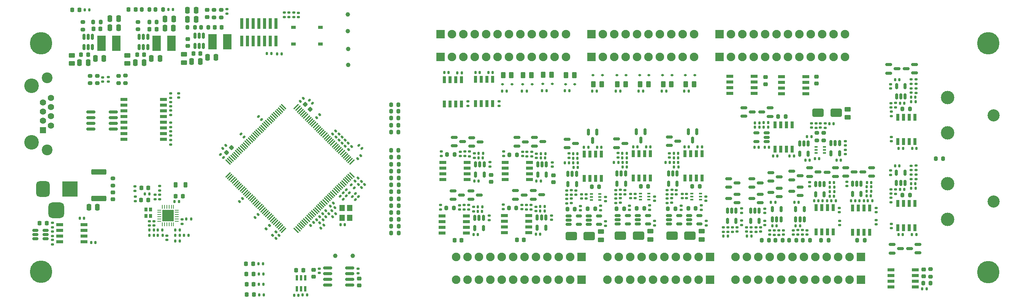
<source format=gts>
G04 #@! TF.GenerationSoftware,KiCad,Pcbnew,8.0.9-8.0.9-0~ubuntu24.04.1*
G04 #@! TF.CreationDate,2025-10-26T13:13:23-04:00*
G04 #@! TF.ProjectId,analog_i,616e616c-6f67-45f6-992e-6b696361645f,rev?*
G04 #@! TF.SameCoordinates,Original*
G04 #@! TF.FileFunction,Soldermask,Top*
G04 #@! TF.FilePolarity,Negative*
%FSLAX46Y46*%
G04 Gerber Fmt 4.6, Leading zero omitted, Abs format (unit mm)*
G04 Created by KiCad (PCBNEW 8.0.9-8.0.9-0~ubuntu24.04.1) date 2025-10-26 13:13:23*
%MOMM*%
%LPD*%
G01*
G04 APERTURE LIST*
G04 Aperture macros list*
%AMRoundRect*
0 Rectangle with rounded corners*
0 $1 Rounding radius*
0 $2 $3 $4 $5 $6 $7 $8 $9 X,Y pos of 4 corners*
0 Add a 4 corners polygon primitive as box body*
4,1,4,$2,$3,$4,$5,$6,$7,$8,$9,$2,$3,0*
0 Add four circle primitives for the rounded corners*
1,1,$1+$1,$2,$3*
1,1,$1+$1,$4,$5*
1,1,$1+$1,$6,$7*
1,1,$1+$1,$8,$9*
0 Add four rect primitives between the rounded corners*
20,1,$1+$1,$2,$3,$4,$5,0*
20,1,$1+$1,$4,$5,$6,$7,0*
20,1,$1+$1,$6,$7,$8,$9,0*
20,1,$1+$1,$8,$9,$2,$3,0*%
%AMRotRect*
0 Rectangle, with rotation*
0 The origin of the aperture is its center*
0 $1 length*
0 $2 width*
0 $3 Rotation angle, in degrees counterclockwise*
0 Add horizontal line*
21,1,$1,$2,0,0,$3*%
G04 Aperture macros list end*
%ADD10RoundRect,0.150000X0.587500X0.150000X-0.587500X0.150000X-0.587500X-0.150000X0.587500X-0.150000X0*%
%ADD11RoundRect,0.250000X0.262500X0.450000X-0.262500X0.450000X-0.262500X-0.450000X0.262500X-0.450000X0*%
%ADD12RoundRect,0.140000X-0.170000X0.140000X-0.170000X-0.140000X0.170000X-0.140000X0.170000X0.140000X0*%
%ADD13R,0.740000X2.400000*%
%ADD14C,1.000000*%
%ADD15R,1.525000X0.700000*%
%ADD16RoundRect,0.225000X0.225000X0.250000X-0.225000X0.250000X-0.225000X-0.250000X0.225000X-0.250000X0*%
%ADD17RoundRect,0.200000X-0.200000X-0.275000X0.200000X-0.275000X0.200000X0.275000X-0.200000X0.275000X0*%
%ADD18RoundRect,0.140000X0.170000X-0.140000X0.170000X0.140000X-0.170000X0.140000X-0.170000X-0.140000X0*%
%ADD19RoundRect,0.150000X-0.512500X-0.150000X0.512500X-0.150000X0.512500X0.150000X-0.512500X0.150000X0*%
%ADD20RoundRect,0.135000X-0.185000X0.135000X-0.185000X-0.135000X0.185000X-0.135000X0.185000X0.135000X0*%
%ADD21RoundRect,0.150000X-0.150000X0.512500X-0.150000X-0.512500X0.150000X-0.512500X0.150000X0.512500X0*%
%ADD22RoundRect,0.200000X0.275000X-0.200000X0.275000X0.200000X-0.275000X0.200000X-0.275000X-0.200000X0*%
%ADD23RoundRect,0.135000X0.185000X-0.135000X0.185000X0.135000X-0.185000X0.135000X-0.185000X-0.135000X0*%
%ADD24RoundRect,0.150000X-0.587500X-0.150000X0.587500X-0.150000X0.587500X0.150000X-0.587500X0.150000X0*%
%ADD25RoundRect,0.200000X-0.275000X0.200000X-0.275000X-0.200000X0.275000X-0.200000X0.275000X0.200000X0*%
%ADD26RoundRect,0.135000X0.135000X0.185000X-0.135000X0.185000X-0.135000X-0.185000X0.135000X-0.185000X0*%
%ADD27RoundRect,0.112500X0.187500X0.112500X-0.187500X0.112500X-0.187500X-0.112500X0.187500X-0.112500X0*%
%ADD28RoundRect,0.140000X0.140000X0.170000X-0.140000X0.170000X-0.140000X-0.170000X0.140000X-0.170000X0*%
%ADD29RoundRect,0.140000X-0.021213X0.219203X-0.219203X0.021213X0.021213X-0.219203X0.219203X-0.021213X0*%
%ADD30RoundRect,0.135000X-0.135000X-0.185000X0.135000X-0.185000X0.135000X0.185000X-0.135000X0.185000X0*%
%ADD31RoundRect,0.140000X0.021213X-0.219203X0.219203X-0.021213X-0.021213X0.219203X-0.219203X0.021213X0*%
%ADD32RoundRect,0.135000X-0.035355X0.226274X-0.226274X0.035355X0.035355X-0.226274X0.226274X-0.035355X0*%
%ADD33RoundRect,0.200000X0.200000X0.275000X-0.200000X0.275000X-0.200000X-0.275000X0.200000X-0.275000X0*%
%ADD34RoundRect,0.140000X-0.140000X-0.170000X0.140000X-0.170000X0.140000X0.170000X-0.140000X0.170000X0*%
%ADD35R,0.700000X1.525000*%
%ADD36RoundRect,0.218750X-0.218750X-0.256250X0.218750X-0.256250X0.218750X0.256250X-0.218750X0.256250X0*%
%ADD37RoundRect,0.225000X0.250000X-0.225000X0.250000X0.225000X-0.250000X0.225000X-0.250000X-0.225000X0*%
%ADD38RoundRect,0.225000X-0.250000X0.225000X-0.250000X-0.225000X0.250000X-0.225000X0.250000X0.225000X0*%
%ADD39RoundRect,0.250000X-0.250000X-0.475000X0.250000X-0.475000X0.250000X0.475000X-0.250000X0.475000X0*%
%ADD40RoundRect,0.140000X-0.219203X-0.021213X-0.021213X-0.219203X0.219203X0.021213X0.021213X0.219203X0*%
%ADD41RoundRect,0.250000X0.250000X0.475000X-0.250000X0.475000X-0.250000X-0.475000X0.250000X-0.475000X0*%
%ADD42RotRect,0.300000X1.475000X225.000000*%
%ADD43RotRect,0.300000X1.475000X135.000000*%
%ADD44RoundRect,0.150000X0.512500X0.150000X-0.512500X0.150000X-0.512500X-0.150000X0.512500X-0.150000X0*%
%ADD45RoundRect,0.250000X-0.450000X0.262500X-0.450000X-0.262500X0.450000X-0.262500X0.450000X0.262500X0*%
%ADD46RoundRect,0.225000X-0.225000X-0.250000X0.225000X-0.250000X0.225000X0.250000X-0.225000X0.250000X0*%
%ADD47RoundRect,0.150000X0.150000X-0.512500X0.150000X0.512500X-0.150000X0.512500X-0.150000X-0.512500X0*%
%ADD48RoundRect,0.112500X-0.187500X-0.112500X0.187500X-0.112500X0.187500X0.112500X-0.187500X0.112500X0*%
%ADD49R,1.900000X1.900000*%
%ADD50O,1.900000X1.900000*%
%ADD51RoundRect,0.250000X1.000000X0.650000X-1.000000X0.650000X-1.000000X-0.650000X1.000000X-0.650000X0*%
%ADD52RoundRect,0.140000X0.219203X0.021213X0.021213X0.219203X-0.219203X-0.021213X-0.021213X-0.219203X0*%
%ADD53C,5.000000*%
%ADD54R,1.900000X3.400000*%
%ADD55RoundRect,0.250000X-1.000000X-0.650000X1.000000X-0.650000X1.000000X0.650000X-1.000000X0.650000X0*%
%ADD56C,3.250000*%
%ADD57R,1.400000X1.400000*%
%ADD58C,1.400000*%
%ADD59C,2.400000*%
%ADD60RoundRect,0.150000X-0.150000X0.587500X-0.150000X-0.587500X0.150000X-0.587500X0.150000X0.587500X0*%
%ADD61RoundRect,0.250000X-1.425000X0.362500X-1.425000X-0.362500X1.425000X-0.362500X1.425000X0.362500X0*%
%ADD62R,0.600000X1.200000*%
%ADD63RoundRect,0.100000X0.225000X0.100000X-0.225000X0.100000X-0.225000X-0.100000X0.225000X-0.100000X0*%
%ADD64RoundRect,0.100000X-0.225000X-0.100000X0.225000X-0.100000X0.225000X0.100000X-0.225000X0.100000X0*%
%ADD65RoundRect,0.150000X0.825000X0.150000X-0.825000X0.150000X-0.825000X-0.150000X0.825000X-0.150000X0*%
%ADD66R,1.200000X1.400000*%
%ADD67C,2.700000*%
%ADD68C,3.000000*%
%ADD69RoundRect,0.150000X-0.825000X-0.150000X0.825000X-0.150000X0.825000X0.150000X-0.825000X0.150000X0*%
%ADD70RoundRect,0.225000X0.335876X0.017678X0.017678X0.335876X-0.335876X-0.017678X-0.017678X-0.335876X0*%
%ADD71RoundRect,0.250000X0.450000X-0.262500X0.450000X0.262500X-0.450000X0.262500X-0.450000X-0.262500X0*%
%ADD72RoundRect,0.218750X0.256250X-0.218750X0.256250X0.218750X-0.256250X0.218750X-0.256250X-0.218750X0*%
%ADD73RoundRect,0.062500X-0.375000X-0.062500X0.375000X-0.062500X0.375000X0.062500X-0.375000X0.062500X0*%
%ADD74RoundRect,0.062500X-0.062500X-0.375000X0.062500X-0.375000X0.062500X0.375000X-0.062500X0.375000X0*%
%ADD75R,2.500000X2.500000*%
%ADD76RoundRect,0.135000X0.035355X-0.226274X0.226274X-0.035355X-0.035355X0.226274X-0.226274X0.035355X0*%
%ADD77R,0.800000X0.900000*%
%ADD78R,3.500000X3.500000*%
%ADD79RoundRect,0.750000X-0.750000X-1.000000X0.750000X-1.000000X0.750000X1.000000X-0.750000X1.000000X0*%
%ADD80RoundRect,0.875000X-0.875000X-0.875000X0.875000X-0.875000X0.875000X0.875000X-0.875000X0.875000X0*%
%ADD81R,1.000000X0.750000*%
%ADD82RoundRect,0.218750X0.218750X0.381250X-0.218750X0.381250X-0.218750X-0.381250X0.218750X-0.381250X0*%
%ADD83R,1.645000X0.800000*%
%ADD84RoundRect,0.225000X0.017678X-0.335876X0.335876X-0.017678X-0.017678X0.335876X-0.335876X0.017678X0*%
G04 APERTURE END LIST*
D10*
G04 #@! TO.C,Q43002*
X205164500Y-105633900D03*
X205164500Y-103733900D03*
X203289500Y-104683900D03*
G04 #@! TD*
D11*
G04 #@! TO.C,R55002*
X145460300Y-78564400D03*
X143635300Y-78564400D03*
G04 #@! TD*
D12*
G04 #@! TO.C,C47004*
X196784500Y-108288900D03*
X196784500Y-109248900D03*
G04 #@! TD*
G04 #@! TO.C,R26001*
X188838750Y-111078050D03*
X188838750Y-112038050D03*
G04 #@! TD*
D13*
G04 #@! TO.C,J6001*
X93076273Y-66996301D03*
X93076273Y-70896301D03*
X91806273Y-66996301D03*
X91806273Y-70896301D03*
X90536273Y-66996301D03*
X90536273Y-70896301D03*
X89266273Y-66996301D03*
X89266273Y-70896301D03*
X87996273Y-66996301D03*
X87996273Y-70896301D03*
X86726273Y-66996301D03*
X86726273Y-70896301D03*
X85456273Y-66996301D03*
X85456273Y-70896301D03*
G04 #@! TD*
D10*
G04 #@! TO.C,Q37002*
X225677000Y-101083900D03*
X225677000Y-99183900D03*
X223802000Y-100133900D03*
G04 #@! TD*
D14*
G04 #@! TO.C,TP7003*
X110146273Y-118806301D03*
G04 #@! TD*
D15*
G04 #@! TO.C,IC17004*
X130055600Y-109919600D03*
X130055600Y-111189600D03*
X130055600Y-112459600D03*
X130055600Y-113729600D03*
X135479600Y-113729600D03*
X135479600Y-112459600D03*
X135479600Y-111189600D03*
X135479600Y-109919600D03*
G04 #@! TD*
D16*
G04 #@! TO.C,C11002*
X63669473Y-73984501D03*
X62119473Y-73984501D03*
G04 #@! TD*
G04 #@! TO.C,C8001*
X41957046Y-111546597D03*
X40407046Y-111546597D03*
G04 #@! TD*
D17*
G04 #@! TO.C,R5006*
X162473400Y-108383900D03*
X164123400Y-108383900D03*
G04 #@! TD*
D18*
G04 #@! TO.C,C23003*
X172054500Y-105963900D03*
X172054500Y-105003900D03*
G04 #@! TD*
D19*
G04 #@! TO.C,IC5002*
X162719700Y-109923100D03*
X162719700Y-110873100D03*
X162719700Y-111823100D03*
X164994700Y-111823100D03*
X164994700Y-109923100D03*
G04 #@! TD*
D20*
G04 #@! TO.C,R7017*
X67105400Y-103262800D03*
X67105400Y-104282800D03*
G04 #@! TD*
D21*
G04 #@! TO.C,IC4003*
X218564500Y-93741900D03*
X217614500Y-93741900D03*
X216664500Y-93741900D03*
X216664500Y-96016900D03*
X218564500Y-96016900D03*
G04 #@! TD*
D14*
G04 #@! TO.C,TP7002*
X109098177Y-76253701D03*
G04 #@! TD*
D22*
G04 #@! TO.C,R3002*
X238835000Y-123466400D03*
X238835000Y-121816400D03*
G04 #@! TD*
D23*
G04 #@! TO.C,R8005*
X43264273Y-116346597D03*
X43264273Y-115326597D03*
G04 #@! TD*
D24*
G04 #@! TO.C,Q39001*
X211889500Y-99221400D03*
X211889500Y-101121400D03*
X213764500Y-100171400D03*
G04 #@! TD*
D18*
G04 #@! TO.C,C47002*
X192700100Y-113479100D03*
X192700100Y-112519100D03*
G04 #@! TD*
D25*
G04 #@! TO.C,R7021*
X59522273Y-78664301D03*
X59522273Y-80314301D03*
G04 #@! TD*
D26*
G04 #@! TO.C,R38002*
X217748200Y-106558400D03*
X216728200Y-106558400D03*
G04 #@! TD*
D27*
G04 #@! TO.C,D55001*
X145617000Y-80596400D03*
X143517000Y-80596400D03*
G04 #@! TD*
D28*
G04 #@! TO.C,C29001*
X153001600Y-97019601D03*
X152041600Y-97019601D03*
G04 #@! TD*
D29*
G04 #@! TO.C,C6001*
X101425400Y-111407800D03*
X100746578Y-112086622D03*
G04 #@! TD*
D23*
G04 #@! TO.C,R28001*
X143767001Y-96591400D03*
X143767001Y-95571400D03*
G04 #@! TD*
D30*
G04 #@! TO.C,R33002*
X138157000Y-96001401D03*
X139177000Y-96001401D03*
G04 #@! TD*
D28*
G04 #@! TO.C,R4001*
X214047000Y-97196400D03*
X213087000Y-97196400D03*
G04 #@! TD*
D10*
G04 #@! TO.C,Q19001*
X235314500Y-78073900D03*
X235314500Y-76173900D03*
X233439500Y-77123900D03*
G04 #@! TD*
D31*
G04 #@! TO.C,C6013*
X111265989Y-97207211D03*
X111944811Y-96528389D03*
G04 #@! TD*
D32*
G04 #@! TO.C,R6022*
X91599963Y-112111538D03*
X90878715Y-112832786D03*
G04 #@! TD*
D33*
G04 #@! TO.C,R6017*
X120322800Y-89679200D03*
X118672800Y-89679200D03*
G04 #@! TD*
D14*
G04 #@! TO.C,TP8002*
X109056273Y-64996301D03*
G04 #@! TD*
D23*
G04 #@! TO.C,R8007*
X43264273Y-114421597D03*
X43264273Y-113401597D03*
G04 #@! TD*
D34*
G04 #@! TO.C,C17004*
X184046950Y-94528050D03*
X185006950Y-94528050D03*
G04 #@! TD*
D35*
G04 #@! TO.C,IC4001*
X208007000Y-89607400D03*
X206737000Y-89607400D03*
X205467000Y-89607400D03*
X204197000Y-89607400D03*
X204197000Y-95031400D03*
X205467000Y-95031400D03*
X206737000Y-95031400D03*
X208007000Y-95031400D03*
G04 #@! TD*
D18*
G04 #@! TO.C,C5010*
X160860000Y-108688700D03*
X160860000Y-107728700D03*
G04 #@! TD*
D33*
G04 #@! TO.C,R6002*
X120346200Y-112216400D03*
X118696200Y-112216400D03*
G04 #@! TD*
D26*
G04 #@! TO.C,R57001*
X153347000Y-82031400D03*
X152327000Y-82031400D03*
G04 #@! TD*
D36*
G04 #@! TO.C,D6004*
X86342900Y-120652800D03*
X87917900Y-120652800D03*
G04 #@! TD*
D28*
G04 #@! TO.C,C21004*
X160267500Y-99098700D03*
X159307500Y-99098700D03*
G04 #@! TD*
D18*
G04 #@! TO.C,C17006*
X230042450Y-104985450D03*
X230042450Y-104025450D03*
G04 #@! TD*
D21*
G04 #@! TO.C,U47001*
X195497300Y-108790500D03*
X194547300Y-108790500D03*
X193597300Y-108790500D03*
X193597300Y-111065500D03*
X195497300Y-111065500D03*
G04 #@! TD*
D37*
G04 #@! TO.C,C3001*
X202054000Y-80554800D03*
X202054000Y-79004800D03*
G04 #@! TD*
D12*
G04 #@! TO.C,C31002*
X150931600Y-107889600D03*
X150931600Y-108849600D03*
G04 #@! TD*
G04 #@! TO.C,C9002*
X234527850Y-100749550D03*
X234527850Y-101709550D03*
G04 #@! TD*
D18*
G04 #@! TO.C,C7007*
X71337773Y-83574805D03*
X71337773Y-82614805D03*
G04 #@! TD*
D38*
G04 #@! TO.C,C28001*
X154847000Y-100856400D03*
X154847000Y-102406400D03*
G04 #@! TD*
D33*
G04 #@! TO.C,R3001*
X241662000Y-97191400D03*
X240012000Y-97191400D03*
G04 #@! TD*
D20*
G04 #@! TO.C,R8006*
X43264273Y-111481597D03*
X43264273Y-112501597D03*
G04 #@! TD*
D12*
G04 #@! TO.C,C47001*
X195771700Y-112488100D03*
X195771700Y-113448100D03*
G04 #@! TD*
D11*
G04 #@! TO.C,R51001*
X181114000Y-80587400D03*
X179289000Y-80587400D03*
G04 #@! TD*
D23*
G04 #@! TO.C,R7016*
X69553073Y-90148101D03*
X69553073Y-89128101D03*
G04 #@! TD*
G04 #@! TO.C,R7015*
X61641273Y-104376301D03*
X61641273Y-103356301D03*
G04 #@! TD*
D34*
G04 #@! TO.C,C17003*
X181669800Y-97010501D03*
X182629800Y-97010501D03*
G04 #@! TD*
D30*
G04 #@! TO.C,R12005*
X69053073Y-63871301D03*
X70073073Y-63871301D03*
G04 #@! TD*
G04 #@! TO.C,R6026*
X89265400Y-122927800D03*
X90285400Y-122927800D03*
G04 #@! TD*
D36*
G04 #@! TO.C,D12004*
X47658773Y-63946597D03*
X49233773Y-63946597D03*
G04 #@! TD*
D18*
G04 #@! TO.C,C13010*
X171797000Y-108603900D03*
X171797000Y-107643900D03*
G04 #@! TD*
D35*
G04 #@! TO.C,IC53001*
X130567000Y-84979100D03*
X131837000Y-84979100D03*
X133107000Y-84979100D03*
X134377000Y-84979100D03*
X134377000Y-79555100D03*
X133107000Y-79555100D03*
X131837000Y-79555100D03*
X130567000Y-79555100D03*
G04 #@! TD*
D12*
G04 #@! TO.C,R5004*
X158297700Y-96023800D03*
X158297700Y-96983800D03*
G04 #@! TD*
D39*
G04 #@! TO.C,C8003*
X51366273Y-108006597D03*
X53266273Y-108006597D03*
G04 #@! TD*
D33*
G04 #@! TO.C,R18002*
X146552000Y-108141400D03*
X144902000Y-108141400D03*
G04 #@! TD*
D30*
G04 #@! TO.C,R7008*
X70577400Y-113063800D03*
X71597400Y-113063800D03*
G04 #@! TD*
D20*
G04 #@! TO.C,R22001*
X148947000Y-95621401D03*
X148947000Y-96641401D03*
G04 #@! TD*
D12*
G04 #@! TO.C,C36003*
X226714600Y-110846200D03*
X226714600Y-111806200D03*
G04 #@! TD*
D34*
G04 #@! TO.C,C15006*
X231738800Y-94877600D03*
X232698800Y-94877600D03*
G04 #@! TD*
D20*
G04 #@! TO.C,R18001*
X148807000Y-107471400D03*
X148807000Y-108491400D03*
G04 #@! TD*
D17*
G04 #@! TO.C,R38001*
X214482800Y-115372200D03*
X216132800Y-115372200D03*
G04 #@! TD*
D23*
G04 #@! TO.C,R17001*
X230067850Y-106950450D03*
X230067850Y-105930450D03*
G04 #@! TD*
D39*
G04 #@! TO.C,C14007*
X73352473Y-64080501D03*
X75252473Y-64080501D03*
G04 #@! TD*
D40*
G04 #@! TO.C,C6038*
X85235552Y-91642127D03*
X85914374Y-92320949D03*
G04 #@! TD*
D30*
G04 #@! TO.C,R7007*
X73097400Y-110603800D03*
X74117400Y-110603800D03*
G04 #@! TD*
D41*
G04 #@! TO.C,C11007*
X70229473Y-65984501D03*
X68329473Y-65984501D03*
G04 #@! TD*
D17*
G04 #@! TO.C,R12007*
X63188073Y-63931301D03*
X64838073Y-63931301D03*
G04 #@! TD*
D35*
G04 #@! TO.C,IC9001*
X235325650Y-107155450D03*
X234055650Y-107155450D03*
X232785650Y-107155450D03*
X231515650Y-107155450D03*
X231515650Y-112579450D03*
X232785650Y-112579450D03*
X234055650Y-112579450D03*
X235325650Y-112579450D03*
G04 #@! TD*
D42*
G04 #@! TO.C,IC6001*
X97561128Y-113157897D03*
X97914682Y-112804344D03*
X98268235Y-112450790D03*
X98621788Y-112097237D03*
X98975342Y-111743683D03*
X99328895Y-111390130D03*
X99682449Y-111036577D03*
X100036002Y-110683023D03*
X100389555Y-110329470D03*
X100743109Y-109975916D03*
X101096662Y-109622363D03*
X101450216Y-109268810D03*
X101803769Y-108915256D03*
X102157322Y-108561703D03*
X102510876Y-108208149D03*
X102864429Y-107854596D03*
X103217983Y-107501043D03*
X103571536Y-107147489D03*
X103925089Y-106793936D03*
X104278643Y-106440383D03*
X104632196Y-106086829D03*
X104985749Y-105733276D03*
X105339303Y-105379722D03*
X105692856Y-105026169D03*
X106046410Y-104672616D03*
X106399963Y-104319062D03*
X106753516Y-103965509D03*
X107107070Y-103611955D03*
X107460623Y-103258402D03*
X107814177Y-102904849D03*
X108167730Y-102551295D03*
X108521283Y-102197742D03*
X108874837Y-101844188D03*
X109228390Y-101490635D03*
X109581944Y-101137082D03*
X109935497Y-100783528D03*
D43*
X109935497Y-97972072D03*
X109581944Y-97618518D03*
X109228390Y-97264965D03*
X108874837Y-96911412D03*
X108521283Y-96557858D03*
X108167730Y-96204305D03*
X107814177Y-95850751D03*
X107460623Y-95497198D03*
X107107070Y-95143645D03*
X106753516Y-94790091D03*
X106399963Y-94436538D03*
X106046410Y-94082984D03*
X105692856Y-93729431D03*
X105339303Y-93375878D03*
X104985749Y-93022324D03*
X104632196Y-92668771D03*
X104278643Y-92315217D03*
X103925089Y-91961664D03*
X103571536Y-91608111D03*
X103217983Y-91254557D03*
X102864429Y-90901004D03*
X102510876Y-90547451D03*
X102157322Y-90193897D03*
X101803769Y-89840344D03*
X101450216Y-89486790D03*
X101096662Y-89133237D03*
X100743109Y-88779684D03*
X100389555Y-88426130D03*
X100036002Y-88072577D03*
X99682449Y-87719023D03*
X99328895Y-87365470D03*
X98975342Y-87011917D03*
X98621788Y-86658363D03*
X98268235Y-86304810D03*
X97914682Y-85951256D03*
X97561128Y-85597703D03*
D42*
X94749672Y-85597703D03*
X94396118Y-85951256D03*
X94042565Y-86304810D03*
X93689012Y-86658363D03*
X93335458Y-87011917D03*
X92981905Y-87365470D03*
X92628351Y-87719023D03*
X92274798Y-88072577D03*
X91921245Y-88426130D03*
X91567691Y-88779684D03*
X91214138Y-89133237D03*
X90860584Y-89486790D03*
X90507031Y-89840344D03*
X90153478Y-90193897D03*
X89799924Y-90547451D03*
X89446371Y-90901004D03*
X89092817Y-91254557D03*
X88739264Y-91608111D03*
X88385711Y-91961664D03*
X88032157Y-92315217D03*
X87678604Y-92668771D03*
X87325051Y-93022324D03*
X86971497Y-93375878D03*
X86617944Y-93729431D03*
X86264390Y-94082984D03*
X85910837Y-94436538D03*
X85557284Y-94790091D03*
X85203730Y-95143645D03*
X84850177Y-95497198D03*
X84496623Y-95850751D03*
X84143070Y-96204305D03*
X83789517Y-96557858D03*
X83435963Y-96911412D03*
X83082410Y-97264965D03*
X82728856Y-97618518D03*
X82375303Y-97972072D03*
D43*
X82375303Y-100783528D03*
X82728856Y-101137082D03*
X83082410Y-101490635D03*
X83435963Y-101844188D03*
X83789517Y-102197742D03*
X84143070Y-102551295D03*
X84496623Y-102904849D03*
X84850177Y-103258402D03*
X85203730Y-103611955D03*
X85557284Y-103965509D03*
X85910837Y-104319062D03*
X86264390Y-104672616D03*
X86617944Y-105026169D03*
X86971497Y-105379722D03*
X87325051Y-105733276D03*
X87678604Y-106086829D03*
X88032157Y-106440383D03*
X88385711Y-106793936D03*
X88739264Y-107147489D03*
X89092817Y-107501043D03*
X89446371Y-107854596D03*
X89799924Y-108208149D03*
X90153478Y-108561703D03*
X90507031Y-108915256D03*
X90860584Y-109268810D03*
X91214138Y-109622363D03*
X91567691Y-109975916D03*
X91921245Y-110329470D03*
X92274798Y-110683023D03*
X92628351Y-111036577D03*
X92981905Y-111390130D03*
X93335458Y-111743683D03*
X93689012Y-112097237D03*
X94042565Y-112450790D03*
X94396118Y-112804344D03*
X94749672Y-113157897D03*
G04 #@! TD*
D44*
G04 #@! TO.C,U15001*
X202371700Y-93346800D03*
X202371700Y-92396800D03*
X202371700Y-91446800D03*
X200096700Y-91446800D03*
X200096700Y-93346800D03*
G04 #@! TD*
D31*
G04 #@! TO.C,C6012*
X110675400Y-102207800D03*
X111354222Y-101528978D03*
G04 #@! TD*
D28*
G04 #@! TO.C,C17008*
X231922050Y-98798550D03*
X230962050Y-98798550D03*
G04 #@! TD*
D23*
G04 #@! TO.C,R29001*
X149987000Y-96651401D03*
X149987000Y-95631401D03*
G04 #@! TD*
D18*
G04 #@! TO.C,R9006*
X162117500Y-106058700D03*
X162117500Y-105098700D03*
G04 #@! TD*
D12*
G04 #@! TO.C,C17009*
X229947000Y-80581400D03*
X229947000Y-81541400D03*
G04 #@! TD*
D26*
G04 #@! TO.C,R7003*
X65847400Y-113063800D03*
X64827400Y-113063800D03*
G04 #@! TD*
D12*
G04 #@! TO.C,C14001*
X134082400Y-95633200D03*
X134082400Y-96593200D03*
G04 #@! TD*
D45*
G04 #@! TO.C,R17003*
X187848650Y-113359750D03*
X187848650Y-115184750D03*
G04 #@! TD*
D46*
G04 #@! TO.C,C34001*
X132817000Y-115361400D03*
X134367000Y-115361400D03*
G04 #@! TD*
D23*
G04 #@! TO.C,R6028*
X97016273Y-65616301D03*
X97016273Y-64596301D03*
G04 #@! TD*
D28*
G04 #@! TO.C,C4010*
X218882600Y-97478800D03*
X217922600Y-97478800D03*
G04 #@! TD*
G04 #@! TO.C,C41003*
X209457000Y-106943900D03*
X208497000Y-106943900D03*
G04 #@! TD*
D18*
G04 #@! TO.C,R23002*
X173054500Y-105973900D03*
X173054500Y-105013900D03*
G04 #@! TD*
D35*
G04 #@! TO.C,IC13001*
X172660600Y-101491900D03*
X173930600Y-101491900D03*
X175200600Y-101491900D03*
X176470600Y-101491900D03*
X176470600Y-96067900D03*
X175200600Y-96067900D03*
X173930600Y-96067900D03*
X172660600Y-96067900D03*
G04 #@! TD*
D12*
G04 #@! TO.C,R4004*
X213322000Y-89329401D03*
X213322000Y-90289401D03*
G04 #@! TD*
D34*
G04 #@! TO.C,C9003*
X234512850Y-102719550D03*
X235472850Y-102719550D03*
G04 #@! TD*
D18*
G04 #@! TO.C,C26002*
X188808750Y-106608050D03*
X188808750Y-105648050D03*
G04 #@! TD*
D35*
G04 #@! TO.C,IC15001*
X235333800Y-87903600D03*
X234063800Y-87903600D03*
X232793800Y-87903600D03*
X231523800Y-87903600D03*
X231523800Y-93327600D03*
X232793800Y-93327600D03*
X234063800Y-93327600D03*
X235333800Y-93327600D03*
G04 #@! TD*
D21*
G04 #@! TO.C,U29001*
X153271600Y-98482101D03*
X152321600Y-98482101D03*
X151371600Y-98482101D03*
X151371600Y-100757101D03*
X153271600Y-100757101D03*
G04 #@! TD*
D33*
G04 #@! TO.C,R6013*
X120326200Y-95341400D03*
X118676200Y-95341400D03*
G04 #@! TD*
D21*
G04 #@! TO.C,U27001*
X182361150Y-100460150D03*
X181411150Y-100460150D03*
X180461150Y-100460150D03*
X180461150Y-102735150D03*
X182361150Y-102735150D03*
G04 #@! TD*
D34*
G04 #@! TO.C,C15003*
X234521000Y-83467700D03*
X235481000Y-83467700D03*
G04 #@! TD*
D31*
G04 #@! TO.C,C6032*
X84905552Y-106775949D03*
X85584374Y-106097127D03*
G04 #@! TD*
D26*
G04 #@! TO.C,R55001*
X144407200Y-82114500D03*
X143387200Y-82114500D03*
G04 #@! TD*
D10*
G04 #@! TO.C,Q39002*
X217702000Y-101131400D03*
X217702000Y-99231400D03*
X215827000Y-100181400D03*
G04 #@! TD*
D12*
G04 #@! TO.C,C18001*
X147807000Y-107511400D03*
X147807000Y-108471400D03*
G04 #@! TD*
D26*
G04 #@! TO.C,R46001*
X193695700Y-114463500D03*
X192675700Y-114463500D03*
G04 #@! TD*
D47*
G04 #@! TO.C,U41001*
X208814800Y-110693900D03*
X209764800Y-110693900D03*
X210714800Y-110693900D03*
X210714800Y-108418900D03*
X208814800Y-108418900D03*
G04 #@! TD*
D23*
G04 #@! TO.C,R19002*
X231041200Y-85766200D03*
X231041200Y-84746200D03*
G04 #@! TD*
D28*
G04 #@! TO.C,C4007*
X211897600Y-97504200D03*
X210937600Y-97504200D03*
G04 #@! TD*
D19*
G04 #@! TO.C,IC13002*
X173656700Y-109838300D03*
X173656700Y-110788300D03*
X173656700Y-111738300D03*
X175931700Y-111738300D03*
X175931700Y-109838300D03*
G04 #@! TD*
D18*
G04 #@! TO.C,C27002*
X180176750Y-105153950D03*
X180176750Y-104193950D03*
G04 #@! TD*
D48*
G04 #@! TO.C,D51001*
X179153400Y-78530000D03*
X181253400Y-78530000D03*
G04 #@! TD*
D30*
G04 #@! TO.C,R7002*
X66747400Y-114293800D03*
X67767400Y-114293800D03*
G04 #@! TD*
D28*
G04 #@! TO.C,C5002*
X160217500Y-96061400D03*
X159257500Y-96061400D03*
G04 #@! TD*
D34*
G04 #@! TO.C,C5003*
X159260300Y-97070501D03*
X160220300Y-97070501D03*
G04 #@! TD*
D26*
G04 #@! TO.C,R36002*
X225915200Y-106558000D03*
X224895200Y-106558000D03*
G04 #@! TD*
D12*
G04 #@! TO.C,C37004*
X220177000Y-102311400D03*
X220177000Y-103271400D03*
G04 #@! TD*
D17*
G04 #@! TO.C,R17002*
X185753650Y-103350250D03*
X187403650Y-103350250D03*
G04 #@! TD*
D20*
G04 #@! TO.C,R7013*
X69553073Y-86435701D03*
X69553073Y-87455701D03*
G04 #@! TD*
D28*
G04 #@! TO.C,C15004*
X235695000Y-94878000D03*
X234735000Y-94878000D03*
G04 #@! TD*
D14*
G04 #@! TO.C,TP7004*
X109016273Y-68716301D03*
G04 #@! TD*
D30*
G04 #@! TO.C,R35002*
X137986600Y-107929600D03*
X139006600Y-107929600D03*
G04 #@! TD*
D28*
G04 #@! TO.C,C7008*
X71427400Y-106773800D03*
X70467400Y-106773800D03*
G04 #@! TD*
D12*
G04 #@! TO.C,C35002*
X137036600Y-107939600D03*
X137036600Y-108899600D03*
G04 #@! TD*
D21*
G04 #@! TO.C,U24001*
X170906900Y-100456000D03*
X169956900Y-100456000D03*
X169006900Y-100456000D03*
X169006900Y-102731000D03*
X170906900Y-102731000D03*
G04 #@! TD*
D49*
G04 #@! TO.C,J3001*
X191807000Y-74481400D03*
X191807000Y-69401400D03*
D50*
X194347000Y-74481400D03*
X194347000Y-69401400D03*
X196887000Y-74481400D03*
X196887000Y-69401400D03*
X199427000Y-74481400D03*
X199427000Y-69401400D03*
X201967000Y-74481400D03*
X201967000Y-69401400D03*
X204507000Y-74481400D03*
X204507000Y-69401400D03*
X207047000Y-74481400D03*
X207047000Y-69401400D03*
X209587000Y-74481400D03*
X209587000Y-69401400D03*
X212127000Y-74481400D03*
X212127000Y-69401400D03*
X214667000Y-74481400D03*
X214667000Y-69401400D03*
X217207000Y-74481400D03*
X217207000Y-69401400D03*
X219747000Y-74481400D03*
X219747000Y-69401400D03*
G04 #@! TD*
D17*
G04 #@! TO.C,R5002*
X163362400Y-103430900D03*
X165012400Y-103430900D03*
G04 #@! TD*
D40*
G04 #@! TO.C,C6039*
X89110552Y-87747127D03*
X89789374Y-88425949D03*
G04 #@! TD*
D24*
G04 #@! TO.C,Q35002*
X136429500Y-104371400D03*
X136429500Y-106271400D03*
X138304500Y-105321400D03*
G04 #@! TD*
D23*
G04 #@! TO.C,R7011*
X69553073Y-83645701D03*
X69553073Y-82625701D03*
G04 #@! TD*
D22*
G04 #@! TO.C,R4009*
X215042000Y-93079401D03*
X215042000Y-91429401D03*
G04 #@! TD*
D49*
G04 #@! TO.C,J3003*
X161080000Y-119086000D03*
X161080000Y-124166000D03*
D50*
X158540000Y-119086000D03*
X158540000Y-124166000D03*
X156000000Y-119086000D03*
X156000000Y-124166000D03*
X153460000Y-119086000D03*
X153460000Y-124166000D03*
X150920000Y-119086000D03*
X150920000Y-124166000D03*
X148380000Y-119086000D03*
X148380000Y-124166000D03*
X145840000Y-119086000D03*
X145840000Y-124166000D03*
X143300000Y-119086000D03*
X143300000Y-124166000D03*
X140760000Y-119086000D03*
X140760000Y-124166000D03*
X138220000Y-119086000D03*
X138220000Y-124166000D03*
X135680000Y-119086000D03*
X135680000Y-124166000D03*
X133140000Y-119086000D03*
X133140000Y-124166000D03*
G04 #@! TD*
D20*
G04 #@! TO.C,R43002*
X205072000Y-113132000D03*
X205072000Y-114152000D03*
G04 #@! TD*
D34*
G04 #@! TO.C,C31003*
X150921600Y-114049600D03*
X151881600Y-114049600D03*
G04 #@! TD*
D47*
G04 #@! TO.C,U43001*
X203620100Y-110679500D03*
X204570100Y-110679500D03*
X205520100Y-110679500D03*
X205520100Y-108404500D03*
X203620100Y-108404500D03*
G04 #@! TD*
D51*
G04 #@! TO.C,D17001*
X185225850Y-114323050D03*
X181225850Y-114323050D03*
G04 #@! TD*
D10*
G04 #@! TO.C,Q45002*
X200914500Y-107028900D03*
X200914500Y-105128900D03*
X199039500Y-106078900D03*
G04 #@! TD*
D20*
G04 #@! TO.C,R21001*
X158828000Y-104190900D03*
X158828000Y-105210900D03*
G04 #@! TD*
D47*
G04 #@! TO.C,U17002*
X231251450Y-102552250D03*
X232201450Y-102552250D03*
X233151450Y-102552250D03*
X233151450Y-100277250D03*
X231251450Y-100277250D03*
G04 #@! TD*
D19*
G04 #@! TO.C,IC17003*
X180620650Y-109866450D03*
X180620650Y-110816450D03*
X180620650Y-111766450D03*
X182895650Y-111766450D03*
X182895650Y-109866450D03*
G04 #@! TD*
D29*
G04 #@! TO.C,C6006*
X106294222Y-109448978D03*
X105615400Y-110127800D03*
G04 #@! TD*
D18*
G04 #@! TO.C,C21002*
X157785500Y-105234600D03*
X157785500Y-104274600D03*
G04 #@! TD*
G04 #@! TO.C,C24002*
X168725100Y-107054800D03*
X168725100Y-106094800D03*
G04 #@! TD*
D27*
G04 #@! TO.C,D56001*
X150082700Y-80554200D03*
X147982700Y-80554200D03*
G04 #@! TD*
D52*
G04 #@! TO.C,C6024*
X111444811Y-105657211D03*
X110765989Y-104978389D03*
G04 #@! TD*
D33*
G04 #@! TO.C,R4002*
X206555600Y-87776000D03*
X204905600Y-87776000D03*
G04 #@! TD*
D34*
G04 #@! TO.C,C54002*
X140374200Y-77977400D03*
X141334200Y-77977400D03*
G04 #@! TD*
D37*
G04 #@! TO.C,C3003*
X237275000Y-123406400D03*
X237275000Y-121856400D03*
G04 #@! TD*
D28*
G04 #@! TO.C,C37002*
X225652000Y-102468600D03*
X224692000Y-102468600D03*
G04 #@! TD*
D22*
G04 #@! TO.C,R4006*
X213522000Y-93079401D03*
X213522000Y-91429401D03*
G04 #@! TD*
D12*
G04 #@! TO.C,C38003*
X218592000Y-111023400D03*
X218592000Y-111983400D03*
G04 #@! TD*
D24*
G04 #@! TO.C,Q31001*
X146419500Y-104318900D03*
X146419500Y-106218900D03*
X148294500Y-105268900D03*
G04 #@! TD*
D12*
G04 #@! TO.C,C16001*
X230147000Y-92331400D03*
X230147000Y-93291400D03*
G04 #@! TD*
D29*
G04 #@! TO.C,C6002*
X102794811Y-110108389D03*
X102115989Y-110787211D03*
G04 #@! TD*
D53*
G04 #@! TO.C,H3002*
X251737000Y-71441400D03*
G04 #@! TD*
D34*
G04 #@! TO.C,C8005*
X49326273Y-110506301D03*
X50286273Y-110506301D03*
G04 #@! TD*
D23*
G04 #@! TO.C,R47001*
X193714300Y-113526900D03*
X193714300Y-112506900D03*
G04 #@! TD*
D16*
G04 #@! TO.C,C10005*
X51196073Y-73979197D03*
X49646073Y-73979197D03*
G04 #@! TD*
D24*
G04 #@! TO.C,Q21002*
X157899500Y-92841400D03*
X157899500Y-94741400D03*
X159774500Y-93791400D03*
G04 #@! TD*
D38*
G04 #@! TO.C,C6049*
X101417473Y-121974997D03*
X101417473Y-123524997D03*
G04 #@! TD*
D46*
G04 #@! TO.C,C14006*
X79420273Y-67890501D03*
X80970273Y-67890501D03*
G04 #@! TD*
D34*
G04 #@! TO.C,R4005*
X216292000Y-89379401D03*
X217252000Y-89379401D03*
G04 #@! TD*
D28*
G04 #@! TO.C,C39003*
X215787800Y-106583800D03*
X214827800Y-106583800D03*
G04 #@! TD*
D15*
G04 #@! TO.C,IC20001*
X130226000Y-97991400D03*
X130226000Y-99261400D03*
X130226000Y-100531400D03*
X130226000Y-101801400D03*
X135650000Y-101801400D03*
X135650000Y-100531400D03*
X135650000Y-99261400D03*
X135650000Y-97991400D03*
G04 #@! TD*
D29*
G04 #@! TO.C,C6031*
X106354222Y-90948978D03*
X105675400Y-91627800D03*
G04 #@! TD*
D30*
G04 #@! TO.C,R6030*
X90971273Y-73757800D03*
X91991273Y-73757800D03*
G04 #@! TD*
D31*
G04 #@! TO.C,C6021*
X103025400Y-112657800D03*
X103704222Y-111978978D03*
G04 #@! TD*
D21*
G04 #@! TO.C,IC4002*
X211582000Y-93761900D03*
X210632000Y-93761900D03*
X209682000Y-93761900D03*
X209682000Y-96036900D03*
X211582000Y-96036900D03*
G04 #@! TD*
D54*
G04 #@! TO.C,L14001*
X78926273Y-71116301D03*
X82226273Y-71116301D03*
G04 #@! TD*
D28*
G04 #@! TO.C,C5009*
X98046273Y-127621597D03*
X97086273Y-127621597D03*
G04 #@! TD*
D55*
G04 #@! TO.C,D4001*
X213802000Y-86969401D03*
X217802000Y-86969401D03*
G04 #@! TD*
D23*
G04 #@! TO.C,R35001*
X135952000Y-108551400D03*
X135952000Y-107531400D03*
G04 #@! TD*
D17*
G04 #@! TO.C,R13009*
X168914600Y-108324500D03*
X170564600Y-108324500D03*
G04 #@! TD*
D52*
G04 #@! TO.C,C6022*
X110744811Y-106357211D03*
X110065989Y-105678389D03*
G04 #@! TD*
D35*
G04 #@! TO.C,IC5001*
X161723600Y-101576700D03*
X162993600Y-101576700D03*
X164263600Y-101576700D03*
X165533600Y-101576700D03*
X165533600Y-96152700D03*
X164263600Y-96152700D03*
X162993600Y-96152700D03*
X161723600Y-96152700D03*
G04 #@! TD*
D17*
G04 #@! TO.C,R36001*
X222534000Y-115397200D03*
X224184000Y-115397200D03*
G04 #@! TD*
D39*
G04 #@! TO.C,C10002*
X52781073Y-74829197D03*
X54681073Y-74829197D03*
G04 #@! TD*
D24*
G04 #@! TO.C,Q24002*
X168859500Y-92801400D03*
X168859500Y-94701400D03*
X170734500Y-93751400D03*
G04 #@! TD*
D48*
G04 #@! TO.C,D49001*
X168951200Y-78504600D03*
X171051200Y-78504600D03*
G04 #@! TD*
D12*
G04 #@! TO.C,C45004*
X201917601Y-108322227D03*
X201917601Y-109282227D03*
G04 #@! TD*
D26*
G04 #@! TO.C,R56001*
X148877000Y-82071400D03*
X147857000Y-82071400D03*
G04 #@! TD*
D56*
G04 #@! TO.C,J13001*
X38626273Y-93516301D03*
X38626273Y-80916301D03*
D57*
X41166273Y-90786301D03*
D58*
X42946273Y-89766301D03*
X41166273Y-88746301D03*
X42946273Y-87726301D03*
X41166273Y-86706301D03*
X42946273Y-85686301D03*
X41166273Y-84666301D03*
X42946273Y-83646301D03*
D59*
X42056273Y-95266301D03*
X42056273Y-79166301D03*
G04 #@! TD*
D36*
G04 #@! TO.C,D12003*
X60215573Y-63931301D03*
X61790573Y-63931301D03*
G04 #@! TD*
D60*
G04 #@! TO.C,Q27001*
X186789500Y-91143900D03*
X184889500Y-91143900D03*
X185839500Y-93018900D03*
G04 #@! TD*
D24*
G04 #@! TO.C,Q27002*
X180629500Y-92308900D03*
X180629500Y-94208900D03*
X182504500Y-93258900D03*
G04 #@! TD*
D61*
G04 #@! TO.C,R8004*
X53546273Y-100133801D03*
X53546273Y-106058801D03*
G04 #@! TD*
D23*
G04 #@! TO.C,R19001*
X230076000Y-87698600D03*
X230076000Y-86678600D03*
G04 #@! TD*
D34*
G04 #@! TO.C,C35003*
X137026600Y-114099600D03*
X137986600Y-114099600D03*
G04 #@! TD*
D33*
G04 #@! TO.C,R6001*
X120346200Y-113741400D03*
X118696200Y-113741400D03*
G04 #@! TD*
D21*
G04 #@! TO.C,U39001*
X215140200Y-102880900D03*
X214190200Y-102880900D03*
X213240200Y-102880900D03*
X213240200Y-105155900D03*
X215140200Y-105155900D03*
G04 #@! TD*
D18*
G04 #@! TO.C,C24003*
X168722500Y-105149800D03*
X168722500Y-104189800D03*
G04 #@! TD*
D39*
G04 #@! TO.C,C11004*
X65306870Y-74847428D03*
X67206870Y-74847428D03*
G04 #@! TD*
D16*
G04 #@! TO.C,C10001*
X53951073Y-68239197D03*
X52401073Y-68239197D03*
G04 #@! TD*
D33*
G04 #@! TO.C,R6006*
X120346200Y-103016400D03*
X118696200Y-103016400D03*
G04 #@! TD*
D23*
G04 #@! TO.C,R53001*
X135819800Y-85426700D03*
X135819800Y-84406700D03*
G04 #@! TD*
D21*
G04 #@! TO.C,IC14001*
X76866773Y-69724801D03*
X75916773Y-69724801D03*
X74966773Y-69724801D03*
X74966773Y-71999801D03*
X75916773Y-71999801D03*
X76866773Y-71999801D03*
G04 #@! TD*
D20*
G04 #@! TO.C,R24002*
X169739600Y-106011100D03*
X169739600Y-107031100D03*
G04 #@! TD*
D28*
G04 #@! TO.C,C9004*
X235686850Y-114129850D03*
X234726850Y-114129850D03*
G04 #@! TD*
G04 #@! TO.C,C15008*
X200574200Y-94626800D03*
X199614200Y-94626800D03*
G04 #@! TD*
D29*
G04 #@! TO.C,C6003*
X103494222Y-110798978D03*
X102815400Y-111477800D03*
G04 #@! TD*
D12*
G04 #@! TO.C,C7011*
X69553073Y-84560701D03*
X69553073Y-85520701D03*
G04 #@! TD*
D29*
G04 #@! TO.C,C6037*
X99114811Y-83712389D03*
X98435989Y-84391211D03*
G04 #@! TD*
D24*
G04 #@! TO.C,Q41001*
X207909500Y-99991400D03*
X207909500Y-101891400D03*
X209784500Y-100941400D03*
G04 #@! TD*
D22*
G04 #@! TO.C,R7020*
X57966273Y-80331301D03*
X57966273Y-78681301D03*
G04 #@! TD*
D34*
G04 #@! TO.C,R17005*
X181695000Y-98029200D03*
X182655000Y-98029200D03*
G04 #@! TD*
D24*
G04 #@! TO.C,Q17001*
X230262000Y-116321400D03*
X230262000Y-118221400D03*
X232137000Y-117271400D03*
G04 #@! TD*
D41*
G04 #@! TO.C,C11003*
X63625470Y-75761828D03*
X61725470Y-75761828D03*
G04 #@! TD*
D28*
G04 #@! TO.C,C39002*
X217362600Y-102494400D03*
X216402600Y-102494400D03*
G04 #@! TD*
D12*
G04 #@! TO.C,C6048*
X102716273Y-121686597D03*
X102716273Y-122646597D03*
G04 #@! TD*
D33*
G04 #@! TO.C,R14002*
X132827401Y-96263200D03*
X131177401Y-96263200D03*
G04 #@! TD*
D31*
G04 #@! TO.C,C6020*
X106375400Y-92317800D03*
X107054222Y-91638978D03*
G04 #@! TD*
D34*
G04 #@! TO.C,C13004*
X172592700Y-94523900D03*
X173552700Y-94523900D03*
G04 #@! TD*
G04 #@! TO.C,C9006*
X231730650Y-114129450D03*
X232690650Y-114129450D03*
G04 #@! TD*
D25*
G04 #@! TO.C,R7022*
X51656273Y-78681301D03*
X51656273Y-80331301D03*
G04 #@! TD*
D24*
G04 #@! TO.C,Q29001*
X146689500Y-92461400D03*
X146689500Y-94361400D03*
X148564500Y-93411400D03*
G04 #@! TD*
D29*
G04 #@! TO.C,C6041*
X81828785Y-94232716D03*
X81149963Y-94911538D03*
G04 #@! TD*
D16*
G04 #@! TO.C,C11005*
X66429473Y-68259501D03*
X64879473Y-68259501D03*
G04 #@! TD*
D24*
G04 #@! TO.C,Q15002*
X197267000Y-85801400D03*
X197267000Y-87701400D03*
X199142000Y-86751400D03*
G04 #@! TD*
D18*
G04 #@! TO.C,C4008*
X219842000Y-96151400D03*
X219842000Y-95191400D03*
G04 #@! TD*
D40*
G04 #@! TO.C,C6010*
X108025400Y-104807800D03*
X108704222Y-105486622D03*
G04 #@! TD*
D62*
G04 #@! TO.C,IC5004*
X99581273Y-123721597D03*
X98631273Y-123721597D03*
X97681273Y-123721597D03*
X97681273Y-126221597D03*
X98631273Y-126221597D03*
X99581273Y-126221597D03*
G04 #@! TD*
D33*
G04 #@! TO.C,R10002*
X53966073Y-66659197D03*
X52316073Y-66659197D03*
G04 #@! TD*
D18*
G04 #@! TO.C,C47003*
X196784500Y-111958900D03*
X196784500Y-110998900D03*
G04 #@! TD*
D30*
G04 #@! TO.C,R37002*
X224613800Y-104475200D03*
X225633800Y-104475200D03*
G04 #@! TD*
D33*
G04 #@! TO.C,R15005*
X234239200Y-86064200D03*
X232589200Y-86064200D03*
G04 #@! TD*
D28*
G04 #@! TO.C,C53001*
X131492001Y-77982700D03*
X130532001Y-77982700D03*
G04 #@! TD*
D26*
G04 #@! TO.C,R44001*
X198919601Y-114452827D03*
X197899601Y-114452827D03*
G04 #@! TD*
D30*
G04 #@! TO.C,R12008*
X50466273Y-64006597D03*
X51486273Y-64006597D03*
G04 #@! TD*
D15*
G04 #@! TO.C,IC8001*
X44852273Y-111896597D03*
X44852273Y-113166597D03*
X44852273Y-114436597D03*
X44852273Y-115706597D03*
X50276273Y-115706597D03*
X50276273Y-114436597D03*
X50276273Y-113166597D03*
X50276273Y-111896597D03*
G04 #@! TD*
D34*
G04 #@! TO.C,C38001*
X212925400Y-106583800D03*
X213885400Y-106583800D03*
G04 #@! TD*
G04 #@! TO.C,C29003*
X151061600Y-102199600D03*
X152021600Y-102199600D03*
G04 #@! TD*
D18*
G04 #@! TO.C,C7003*
X65827400Y-112113800D03*
X65827400Y-111153800D03*
G04 #@! TD*
D17*
G04 #@! TO.C,R42001*
X204272000Y-115381400D03*
X205922000Y-115381400D03*
G04 #@! TD*
D29*
G04 #@! TO.C,C6008*
X104835400Y-109467800D03*
X104156578Y-110146622D03*
G04 #@! TD*
D23*
G04 #@! TO.C,R15002*
X235611000Y-82507700D03*
X235611000Y-81487700D03*
G04 #@! TD*
D31*
G04 #@! TO.C,C6019*
X107075400Y-93017800D03*
X107754222Y-92338978D03*
G04 #@! TD*
D26*
G04 #@! TO.C,R37001*
X225661200Y-103459200D03*
X224641200Y-103459200D03*
G04 #@! TD*
D34*
G04 #@! TO.C,R5005*
X159285500Y-98089200D03*
X160245500Y-98089200D03*
G04 #@! TD*
D20*
G04 #@! TO.C,R7014*
X67117400Y-105183800D03*
X67117400Y-106203800D03*
G04 #@! TD*
D23*
G04 #@! TO.C,R6024*
X95916273Y-65626301D03*
X95916273Y-64606301D03*
G04 #@! TD*
D30*
G04 #@! TO.C,R51002*
X178950600Y-82074600D03*
X179970600Y-82074600D03*
G04 #@! TD*
D29*
G04 #@! TO.C,C6026*
X112774811Y-102918389D03*
X112095989Y-103597211D03*
G04 #@! TD*
D16*
G04 #@! TO.C,C5012*
X99096273Y-122021597D03*
X97546273Y-122021597D03*
G04 #@! TD*
D35*
G04 #@! TO.C,IC54001*
X137489200Y-84933800D03*
X138759200Y-84933800D03*
X140029200Y-84933800D03*
X141299200Y-84933800D03*
X141299200Y-79509800D03*
X140029200Y-79509800D03*
X138759200Y-79509800D03*
X137489200Y-79509800D03*
G04 #@! TD*
D33*
G04 #@! TO.C,R6007*
X120336200Y-109171400D03*
X118686200Y-109171400D03*
G04 #@! TD*
D36*
G04 #@! TO.C,D6003*
X86435400Y-122927800D03*
X88010400Y-122927800D03*
G04 #@! TD*
D34*
G04 #@! TO.C,C4005*
X203784200Y-96586800D03*
X204744200Y-96586800D03*
G04 #@! TD*
D28*
G04 #@! TO.C,C15007*
X200712500Y-89173000D03*
X199752500Y-89173000D03*
G04 #@! TD*
D53*
G04 #@! TO.C,H2001*
X40690000Y-71440000D03*
G04 #@! TD*
D47*
G04 #@! TO.C,U19001*
X231259600Y-83300400D03*
X232209600Y-83300400D03*
X233159600Y-83300400D03*
X233159600Y-81025400D03*
X231259600Y-81025400D03*
G04 #@! TD*
D60*
G04 #@! TO.C,Q21001*
X164509500Y-91223900D03*
X162609500Y-91223900D03*
X163559500Y-93098900D03*
G04 #@! TD*
D21*
G04 #@! TO.C,IC11001*
X64463670Y-69976128D03*
X63513670Y-69976128D03*
X62563670Y-69976128D03*
X62563670Y-72251128D03*
X63513670Y-72251128D03*
X64463670Y-72251128D03*
G04 #@! TD*
D63*
G04 #@! TO.C,U17001*
X187579450Y-106299550D03*
X187579450Y-105649550D03*
X187579450Y-104999550D03*
X185679450Y-104999550D03*
X185679450Y-105649550D03*
X185679450Y-106299550D03*
G04 #@! TD*
D23*
G04 #@! TO.C,R31001*
X149847000Y-108501400D03*
X149847000Y-107481400D03*
G04 #@! TD*
D17*
G04 #@! TO.C,R13006*
X173410400Y-108299100D03*
X175060400Y-108299100D03*
G04 #@! TD*
D40*
G04 #@! TO.C,C6036*
X80646141Y-96232716D03*
X81324963Y-96911538D03*
G04 #@! TD*
D33*
G04 #@! TO.C,R6018*
X120317800Y-88154200D03*
X118667800Y-88154200D03*
G04 #@! TD*
D18*
G04 #@! TO.C,C9001*
X234527850Y-99724550D03*
X234527850Y-98764550D03*
G04 #@! TD*
D31*
G04 #@! TO.C,C6018*
X107784811Y-93728389D03*
X108463633Y-93049567D03*
G04 #@! TD*
D64*
G04 #@! TO.C,U4001*
X213312000Y-94569400D03*
X213312000Y-95219400D03*
X213312000Y-95869400D03*
X215212000Y-95869400D03*
X215212000Y-95219400D03*
X215212000Y-94569400D03*
G04 #@! TD*
D65*
G04 #@! TO.C,D7003*
X56759273Y-90531301D03*
X56759273Y-89261301D03*
X56759273Y-87991301D03*
X56759273Y-86721301D03*
X51809273Y-86721301D03*
X51809273Y-87991301D03*
X51809273Y-89261301D03*
X51809273Y-90531301D03*
G04 #@! TD*
D23*
G04 #@! TO.C,R34001*
X129732000Y-108491400D03*
X129732000Y-107471400D03*
G04 #@! TD*
D41*
G04 #@! TO.C,C11006*
X70219473Y-68024501D03*
X68319473Y-68024501D03*
G04 #@! TD*
D38*
G04 #@! TO.C,C32001*
X140937000Y-100786400D03*
X140937000Y-102336400D03*
G04 #@! TD*
D30*
G04 #@! TO.C,R6023*
X89297900Y-127567800D03*
X90317900Y-127567800D03*
G04 #@! TD*
D12*
G04 #@! TO.C,C4002*
X214302000Y-89309401D03*
X214302000Y-90269401D03*
G04 #@! TD*
D36*
G04 #@! TO.C,D7002*
X62984273Y-106430301D03*
X64559273Y-106430301D03*
G04 #@! TD*
D18*
G04 #@! TO.C,C35004*
X140532000Y-110861400D03*
X140532000Y-109901400D03*
G04 #@! TD*
D34*
G04 #@! TO.C,C5004*
X161655700Y-94608700D03*
X162615700Y-94608700D03*
G04 #@! TD*
D26*
G04 #@! TO.C,R7010*
X71627400Y-115523800D03*
X70607400Y-115523800D03*
G04 #@! TD*
D54*
G04 #@! TO.C,L11001*
X69789473Y-71424501D03*
X66489473Y-71424501D03*
G04 #@! TD*
D41*
G04 #@! TO.C,C10006*
X57953573Y-65899197D03*
X56053573Y-65899197D03*
G04 #@! TD*
D17*
G04 #@! TO.C,R17009*
X180368850Y-108328650D03*
X182018850Y-108328650D03*
G04 #@! TD*
D29*
G04 #@! TO.C,C6033*
X102814811Y-87357389D03*
X102135989Y-88036211D03*
G04 #@! TD*
D31*
G04 #@! TO.C,C6030*
X88405552Y-110300949D03*
X89084374Y-109622127D03*
G04 #@! TD*
D26*
G04 #@! TO.C,R7012*
X64846273Y-105026301D03*
X63826273Y-105026301D03*
G04 #@! TD*
D66*
G04 #@! TO.C,Y6001*
X109505400Y-110357800D03*
X109505400Y-108157800D03*
X107805400Y-108157800D03*
X107805400Y-110357800D03*
G04 #@! TD*
D33*
G04 #@! TO.C,R14005*
X77997673Y-67890501D03*
X76347673Y-67890501D03*
G04 #@! TD*
D18*
G04 #@! TO.C,C33004*
X140702400Y-98933201D03*
X140702400Y-97973201D03*
G04 #@! TD*
D20*
G04 #@! TO.C,R47002*
X194755700Y-112483500D03*
X194755700Y-113503500D03*
G04 #@! TD*
D18*
G04 #@! TO.C,C38002*
X218552000Y-109133400D03*
X218552000Y-108173400D03*
G04 #@! TD*
D22*
G04 #@! TO.C,R11005*
X62279473Y-68334501D03*
X62279473Y-66684501D03*
G04 #@! TD*
G04 #@! TO.C,R12001*
X56716273Y-103221301D03*
X56716273Y-101571301D03*
G04 #@! TD*
D10*
G04 #@! TO.C,Q41002*
X209774500Y-105413900D03*
X209774500Y-103513900D03*
X207899500Y-104463900D03*
G04 #@! TD*
D26*
G04 #@! TO.C,R6029*
X94295400Y-73787800D03*
X93275400Y-73787800D03*
G04 #@! TD*
D67*
G04 #@! TO.C,J9001*
X252858850Y-106743250D03*
D68*
X242608850Y-110693250D03*
X242608850Y-102793250D03*
G04 #@! TD*
D11*
G04 #@! TO.C,R49001*
X170911800Y-80562000D03*
X169086800Y-80562000D03*
G04 #@! TD*
D21*
G04 #@! TO.C,U37001*
X223343600Y-102771300D03*
X222393600Y-102771300D03*
X221443600Y-102771300D03*
X221443600Y-105046300D03*
X223343600Y-105046300D03*
G04 #@! TD*
D20*
G04 #@! TO.C,R11001*
X134912000Y-107521400D03*
X134912000Y-108541400D03*
G04 #@! TD*
D69*
G04 #@! TO.C,U6002*
X104516273Y-121581597D03*
X104516273Y-122851597D03*
X104516273Y-124121597D03*
X104516273Y-125391597D03*
X109466273Y-125391597D03*
X109466273Y-124121597D03*
X109466273Y-122851597D03*
X109466273Y-121581597D03*
G04 #@! TD*
D18*
G04 #@! TO.C,R26002*
X184508750Y-105978050D03*
X184508750Y-105018050D03*
G04 #@! TD*
D40*
G04 #@! TO.C,C6029*
X111525400Y-94187800D03*
X112204222Y-94866622D03*
G04 #@! TD*
D12*
G04 #@! TO.C,C7012*
X54432273Y-79019301D03*
X54432273Y-79979301D03*
G04 #@! TD*
D33*
G04 #@! TO.C,R9005*
X234231050Y-105316050D03*
X232581050Y-105316050D03*
G04 #@! TD*
D26*
G04 #@! TO.C,R7001*
X65837400Y-114293800D03*
X64817400Y-114293800D03*
G04 #@! TD*
D29*
G04 #@! TO.C,C6025*
X112064222Y-102228978D03*
X111385400Y-102907800D03*
G04 #@! TD*
D53*
G04 #@! TO.C,H2002*
X40715400Y-122443200D03*
G04 #@! TD*
D33*
G04 #@! TO.C,R6012*
X120346200Y-96866400D03*
X118696200Y-96866400D03*
G04 #@! TD*
D12*
G04 #@! TO.C,R23001*
X177384500Y-111073900D03*
X177384500Y-112033900D03*
G04 #@! TD*
D33*
G04 #@! TO.C,R6008*
X120346200Y-107641400D03*
X118696200Y-107641400D03*
G04 #@! TD*
D11*
G04 #@! TO.C,R48001*
X165594600Y-80583100D03*
X163769600Y-80583100D03*
G04 #@! TD*
D70*
G04 #@! TO.C,C6035*
X100670979Y-86132554D03*
X99574963Y-85036538D03*
G04 #@! TD*
D28*
G04 #@! TO.C,C24004*
X171204500Y-99013900D03*
X170244500Y-99013900D03*
G04 #@! TD*
D30*
G04 #@! TO.C,R31002*
X151881600Y-107879600D03*
X152901600Y-107879600D03*
G04 #@! TD*
D16*
G04 #@! TO.C,C7009*
X72277400Y-105543800D03*
X70727400Y-105543800D03*
G04 #@! TD*
D23*
G04 #@! TO.C,R45001*
X198897601Y-113502227D03*
X198897601Y-112482227D03*
G04 #@! TD*
D34*
G04 #@! TO.C,C41004*
X208797000Y-112141100D03*
X209757000Y-112141100D03*
G04 #@! TD*
D20*
G04 #@! TO.C,R21002*
X158802600Y-106095900D03*
X158802600Y-107115900D03*
G04 #@! TD*
D63*
G04 #@! TO.C,U5001*
X165188200Y-106380200D03*
X165188200Y-105730200D03*
X165188200Y-105080200D03*
X163288200Y-105080200D03*
X163288200Y-105730200D03*
X163288200Y-106380200D03*
G04 #@! TD*
D33*
G04 #@! TO.C,R6011*
X120346200Y-98416400D03*
X118696200Y-98416400D03*
G04 #@! TD*
D12*
G04 #@! TO.C,R17004*
X180707200Y-95963800D03*
X180707200Y-96923800D03*
G04 #@! TD*
D34*
G04 #@! TO.C,C15005*
X199732300Y-90163600D03*
X200692300Y-90163600D03*
G04 #@! TD*
D28*
G04 #@! TO.C,C23001*
X176464500Y-94513900D03*
X175504500Y-94513900D03*
G04 #@! TD*
D30*
G04 #@! TO.C,R29002*
X152021600Y-96029601D03*
X153041600Y-96029601D03*
G04 #@! TD*
D18*
G04 #@! TO.C,C29004*
X154567000Y-98961401D03*
X154567000Y-98001401D03*
G04 #@! TD*
G04 #@! TO.C,C9007*
X166417500Y-106688700D03*
X166417500Y-105728700D03*
G04 #@! TD*
D30*
G04 #@! TO.C,R3003*
X236985000Y-126236400D03*
X238005000Y-126236400D03*
G04 #@! TD*
D33*
G04 #@! TO.C,R6016*
X120302800Y-91214200D03*
X118652800Y-91214200D03*
G04 #@! TD*
D71*
G04 #@! TO.C,R11003*
X59957670Y-75937728D03*
X59957670Y-74112728D03*
G04 #@! TD*
D34*
G04 #@! TO.C,C53002*
X133452000Y-78022700D03*
X134412000Y-78022700D03*
G04 #@! TD*
D24*
G04 #@! TO.C,Q43001*
X203279500Y-100271400D03*
X203279500Y-102171400D03*
X205154500Y-101221400D03*
G04 #@! TD*
D41*
G04 #@! TO.C,C10004*
X51201073Y-75779197D03*
X49301073Y-75779197D03*
G04 #@! TD*
D48*
G04 #@! TO.C,D48001*
X163634000Y-78525700D03*
X165734000Y-78525700D03*
G04 #@! TD*
D19*
G04 #@! TO.C,U8001*
X39447046Y-113146597D03*
X39447046Y-114096597D03*
X39447046Y-115046597D03*
X41722046Y-115046597D03*
X41722046Y-114096597D03*
X41722046Y-113146597D03*
G04 #@! TD*
D34*
G04 #@! TO.C,C43004*
X203612600Y-112142000D03*
X204572600Y-112142000D03*
G04 #@! TD*
D63*
G04 #@! TO.C,U13001*
X176125200Y-106295400D03*
X176125200Y-105645400D03*
X176125200Y-104995400D03*
X174225200Y-104995400D03*
X174225200Y-105645400D03*
X174225200Y-106295400D03*
G04 #@! TD*
D18*
G04 #@! TO.C,C4001*
X212342000Y-90269401D03*
X212342000Y-89309401D03*
G04 #@! TD*
D28*
G04 #@! TO.C,C19001*
X232997000Y-84773600D03*
X232037000Y-84773600D03*
G04 #@! TD*
D18*
G04 #@! TO.C,C36002*
X226724600Y-109126200D03*
X226724600Y-108166200D03*
G04 #@! TD*
D51*
G04 #@! TO.C,D5001*
X162834600Y-114403700D03*
X158834600Y-114403700D03*
G04 #@! TD*
D36*
G04 #@! TO.C,D6001*
X86535400Y-127507800D03*
X88110400Y-127507800D03*
G04 #@! TD*
D28*
G04 #@! TO.C,C8002*
X52836273Y-115856597D03*
X51876273Y-115856597D03*
G04 #@! TD*
D24*
G04 #@! TO.C,Q37001*
X219912000Y-99181400D03*
X219912000Y-101081400D03*
X221787000Y-100131400D03*
G04 #@! TD*
D53*
G04 #@! TO.C,H3001*
X251737000Y-122495400D03*
G04 #@! TD*
D18*
G04 #@! TO.C,C31004*
X154427000Y-110811400D03*
X154427000Y-109851400D03*
G04 #@! TD*
D34*
G04 #@! TO.C,C5001*
X157385900Y-98078600D03*
X158345900Y-98078600D03*
G04 #@! TD*
D30*
G04 #@! TO.C,R7004*
X66737400Y-113063800D03*
X67757400Y-113063800D03*
G04 #@! TD*
D18*
G04 #@! TO.C,C21003*
X159817500Y-105209200D03*
X159817500Y-104249200D03*
G04 #@! TD*
D19*
G04 #@! TO.C,IC17002*
X185110950Y-109842450D03*
X185110950Y-110792450D03*
X185110950Y-111742450D03*
X187385950Y-111742450D03*
X187385950Y-109842450D03*
G04 #@! TD*
D28*
G04 #@! TO.C,C13002*
X171157000Y-95971400D03*
X170197000Y-95971400D03*
G04 #@! TD*
D24*
G04 #@! TO.C,Q35001*
X132509500Y-104358900D03*
X132509500Y-106258900D03*
X134384500Y-105308900D03*
G04 #@! TD*
D49*
G04 #@! TO.C,J3006*
X129685600Y-74483600D03*
X129685600Y-69403600D03*
D50*
X132225600Y-74483600D03*
X132225600Y-69403600D03*
X134765600Y-74483600D03*
X134765600Y-69403600D03*
X137305600Y-74483600D03*
X137305600Y-69403600D03*
X139845600Y-74483600D03*
X139845600Y-69403600D03*
X142385600Y-74483600D03*
X142385600Y-69403600D03*
X144925600Y-74483600D03*
X144925600Y-69403600D03*
X147465600Y-74483600D03*
X147465600Y-69403600D03*
X150005600Y-74483600D03*
X150005600Y-69403600D03*
X152545600Y-74483600D03*
X152545600Y-69403600D03*
X155085600Y-74483600D03*
X155085600Y-69403600D03*
X157625600Y-74483600D03*
X157625600Y-69403600D03*
G04 #@! TD*
D12*
G04 #@! TO.C,C39004*
X211947000Y-102401400D03*
X211947000Y-103361400D03*
G04 #@! TD*
D72*
G04 #@! TO.C,D12001*
X56726273Y-106253801D03*
X56726273Y-104678801D03*
G04 #@! TD*
D31*
G04 #@! TO.C,C6007*
X103456578Y-109446622D03*
X104135400Y-108767800D03*
G04 #@! TD*
D24*
G04 #@! TO.C,Q19002*
X229522000Y-76181400D03*
X229522000Y-78081400D03*
X231397000Y-77131400D03*
G04 #@! TD*
D20*
G04 #@! TO.C,R12002*
X82133073Y-63791301D03*
X82133073Y-64811301D03*
G04 #@! TD*
D73*
G04 #@! TO.C,U7001*
X67029900Y-108646300D03*
X67029900Y-109146300D03*
X67029900Y-109646300D03*
X67029900Y-110146300D03*
X67029900Y-110646300D03*
X67029900Y-111146300D03*
D74*
X67717400Y-111833800D03*
X68217400Y-111833800D03*
X68717400Y-111833800D03*
X69217400Y-111833800D03*
X69717400Y-111833800D03*
X70217400Y-111833800D03*
D73*
X70904900Y-111146300D03*
X70904900Y-110646300D03*
X70904900Y-110146300D03*
X70904900Y-109646300D03*
X70904900Y-109146300D03*
X70904900Y-108646300D03*
D74*
X70217400Y-107958800D03*
X69717400Y-107958800D03*
X69217400Y-107958800D03*
X68717400Y-107958800D03*
X68217400Y-107958800D03*
X67717400Y-107958800D03*
D75*
X68967400Y-109896300D03*
G04 #@! TD*
D33*
G04 #@! TO.C,R6003*
X120346200Y-110691400D03*
X118696200Y-110691400D03*
G04 #@! TD*
D12*
G04 #@! TO.C,C29002*
X151071600Y-96039601D03*
X151071600Y-96999601D03*
G04 #@! TD*
G04 #@! TO.C,C43002*
X203040000Y-113187400D03*
X203040000Y-114147400D03*
G04 #@! TD*
D16*
G04 #@! TO.C,C14002*
X76220473Y-73707101D03*
X74670473Y-73707101D03*
G04 #@! TD*
D18*
G04 #@! TO.C,C7004*
X64857400Y-112113800D03*
X64857400Y-111153800D03*
G04 #@! TD*
G04 #@! TO.C,C27003*
X182208750Y-105128550D03*
X182208750Y-104168550D03*
G04 #@! TD*
D28*
G04 #@! TO.C,C37001*
X225578400Y-105491200D03*
X224618400Y-105491200D03*
G04 #@! TD*
D12*
G04 #@! TO.C,C33002*
X137207000Y-96011401D03*
X137207000Y-96971401D03*
G04 #@! TD*
D28*
G04 #@! TO.C,C35001*
X138966600Y-108919600D03*
X138006600Y-108919600D03*
G04 #@! TD*
D12*
G04 #@! TO.C,R9004*
X166447500Y-111158700D03*
X166447500Y-112118700D03*
G04 #@! TD*
D18*
G04 #@! TO.C,C27001*
X180179350Y-107058950D03*
X180179350Y-106098950D03*
G04 #@! TD*
D21*
G04 #@! TO.C,U21001*
X159969900Y-100540800D03*
X159019900Y-100540800D03*
X158069900Y-100540800D03*
X158069900Y-102815800D03*
X159969900Y-102815800D03*
G04 #@! TD*
D26*
G04 #@! TO.C,R39002*
X217394600Y-104551800D03*
X216374600Y-104551800D03*
G04 #@! TD*
D33*
G04 #@! TO.C,R6019*
X120322800Y-86629200D03*
X118672800Y-86629200D03*
G04 #@! TD*
D20*
G04 #@! TO.C,R9001*
X235602850Y-98729550D03*
X235602850Y-99749550D03*
G04 #@! TD*
D12*
G04 #@! TO.C,C45001*
X200955001Y-112463427D03*
X200955001Y-113423427D03*
G04 #@! TD*
D28*
G04 #@! TO.C,C31001*
X152861600Y-108869600D03*
X151901600Y-108869600D03*
G04 #@! TD*
D33*
G04 #@! TO.C,R12006*
X67878073Y-63881301D03*
X66228073Y-63881301D03*
G04 #@! TD*
D52*
G04 #@! TO.C,C6023*
X110439374Y-103675949D03*
X109760552Y-102997127D03*
G04 #@! TD*
D71*
G04 #@! TO.C,R10003*
X47531073Y-75959197D03*
X47531073Y-74134197D03*
G04 #@! TD*
D15*
G04 #@! TO.C,IC28001*
X144090600Y-98019600D03*
X144090600Y-99289600D03*
X144090600Y-100559600D03*
X144090600Y-101829600D03*
X149514600Y-101829600D03*
X149514600Y-100559600D03*
X149514600Y-99289600D03*
X149514600Y-98019600D03*
G04 #@! TD*
D26*
G04 #@! TO.C,R7005*
X73587400Y-114313800D03*
X72567400Y-114313800D03*
G04 #@! TD*
D18*
G04 #@! TO.C,C7005*
X68717400Y-115323800D03*
X68717400Y-114363800D03*
G04 #@! TD*
D19*
G04 #@! TO.C,IC5003*
X158229400Y-109947100D03*
X158229400Y-110897100D03*
X158229400Y-111847100D03*
X160504400Y-111847100D03*
X160504400Y-109947100D03*
G04 #@! TD*
D18*
G04 #@! TO.C,C17007*
X187747050Y-108582650D03*
X187747050Y-107622650D03*
G04 #@! TD*
D20*
G04 #@! TO.C,R27001*
X181219250Y-104110250D03*
X181219250Y-105130250D03*
G04 #@! TD*
D30*
G04 #@! TO.C,R49002*
X168737600Y-82062600D03*
X169757600Y-82062600D03*
G04 #@! TD*
D12*
G04 #@! TO.C,C43001*
X206062600Y-113162000D03*
X206062600Y-114122000D03*
G04 #@! TD*
D18*
G04 #@! TO.C,C24001*
X170754500Y-105124400D03*
X170754500Y-104164400D03*
G04 #@! TD*
D28*
G04 #@! TO.C,C27004*
X182658750Y-99018050D03*
X181698750Y-99018050D03*
G04 #@! TD*
D71*
G04 #@! TO.C,R14003*
X72524473Y-75711801D03*
X72524473Y-73886801D03*
G04 #@! TD*
D12*
G04 #@! TO.C,C7006*
X66116273Y-105236301D03*
X66116273Y-106196301D03*
G04 #@! TD*
D27*
G04 #@! TO.C,D58001*
X159616999Y-80559700D03*
X157516999Y-80559700D03*
G04 #@! TD*
D30*
G04 #@! TO.C,R9003*
X234487850Y-103744550D03*
X235507850Y-103744550D03*
G04 #@! TD*
D18*
G04 #@! TO.C,C45002*
X197883401Y-113454427D03*
X197883401Y-112494427D03*
G04 #@! TD*
D72*
G04 #@! TO.C,D12002*
X77673073Y-65568801D03*
X77673073Y-63993801D03*
G04 #@! TD*
D21*
G04 #@! TO.C,IC10001*
X52141073Y-69984197D03*
X51191073Y-69984197D03*
X50241073Y-69984197D03*
X50241073Y-72259197D03*
X51191073Y-72259197D03*
X52141073Y-72259197D03*
G04 #@! TD*
D20*
G04 #@! TO.C,R7024*
X55712273Y-78999301D03*
X55712273Y-80019301D03*
G04 #@! TD*
D33*
G04 #@! TO.C,R6010*
X120346200Y-99926400D03*
X118696200Y-99926400D03*
G04 #@! TD*
D20*
G04 #@! TO.C,R14001*
X135082400Y-95593201D03*
X135082400Y-96613201D03*
G04 #@! TD*
D24*
G04 #@! TO.C,Q47001*
X193849500Y-101631400D03*
X193849500Y-103531400D03*
X195724500Y-102581400D03*
G04 #@! TD*
G04 #@! TO.C,Q45001*
X199049500Y-101651400D03*
X199049500Y-103551400D03*
X200924500Y-102601400D03*
G04 #@! TD*
D12*
G04 #@! TO.C,R13004*
X169237200Y-95933800D03*
X169237200Y-96893800D03*
G04 #@! TD*
D39*
G04 #@! TO.C,C14004*
X77772073Y-74596101D03*
X79672073Y-74596101D03*
G04 #@! TD*
D10*
G04 #@! TO.C,Q47002*
X195714500Y-107011400D03*
X195714500Y-105111400D03*
X193839500Y-106061400D03*
G04 #@! TD*
D41*
G04 #@! TO.C,C10003*
X57961073Y-67929197D03*
X56061073Y-67929197D03*
G04 #@! TD*
D30*
G04 #@! TO.C,R6025*
X89245400Y-125212800D03*
X90265400Y-125212800D03*
G04 #@! TD*
D28*
G04 #@! TO.C,C19003*
X231930200Y-79546700D03*
X230970200Y-79546700D03*
G04 #@! TD*
D18*
G04 #@! TO.C,C26003*
X183508750Y-105968050D03*
X183508750Y-105008050D03*
G04 #@! TD*
D12*
G04 #@! TO.C,C41001*
X211277600Y-113143900D03*
X211277600Y-114103900D03*
G04 #@! TD*
D28*
G04 #@! TO.C,C5008*
X99956273Y-127596597D03*
X98996273Y-127596597D03*
G04 #@! TD*
G04 #@! TO.C,C37003*
X223975600Y-106558000D03*
X223015600Y-106558000D03*
G04 #@! TD*
D30*
G04 #@! TO.C,R39001*
X216370600Y-103510400D03*
X217390600Y-103510400D03*
G04 #@! TD*
D17*
G04 #@! TO.C,R13002*
X174299400Y-103346100D03*
X175949400Y-103346100D03*
G04 #@! TD*
D76*
G04 #@! TO.C,R6021*
X92314339Y-114272162D03*
X93035587Y-113550914D03*
G04 #@! TD*
D77*
G04 #@! TO.C,Y7001*
X64039873Y-108543701D03*
X64039873Y-109943701D03*
X65139873Y-109943701D03*
X65139873Y-108543701D03*
G04 #@! TD*
D28*
G04 #@! TO.C,C54001*
X138414200Y-77937400D03*
X137454200Y-77937400D03*
G04 #@! TD*
D33*
G04 #@! TO.C,R6020*
X120317800Y-85109200D03*
X118667800Y-85109200D03*
G04 #@! TD*
D18*
G04 #@! TO.C,C15001*
X234536000Y-80472700D03*
X234536000Y-79512700D03*
G04 #@! TD*
D37*
G04 #@! TO.C,C3002*
X213411800Y-80424200D03*
X213411800Y-78874200D03*
G04 #@! TD*
D38*
G04 #@! TO.C,C14005*
X73362673Y-70468301D03*
X73362673Y-72018301D03*
G04 #@! TD*
D34*
G04 #@! TO.C,C15009*
X201884200Y-94636800D03*
X202844200Y-94636800D03*
G04 #@! TD*
D28*
G04 #@! TO.C,C26001*
X187918750Y-94518050D03*
X186958750Y-94518050D03*
G04 #@! TD*
D33*
G04 #@! TO.C,R11004*
X66479473Y-66709501D03*
X64829473Y-66709501D03*
G04 #@! TD*
D51*
G04 #@! TO.C,D13001*
X173771600Y-114318900D03*
X169771600Y-114318900D03*
G04 #@! TD*
D40*
G04 #@! TO.C,C6009*
X107305400Y-105527800D03*
X107984222Y-106206622D03*
G04 #@! TD*
D52*
G04 #@! TO.C,C6034*
X101141793Y-84843368D03*
X100462971Y-84164546D03*
G04 #@! TD*
D67*
G04 #@! TO.C,J15001*
X252867000Y-87491400D03*
D68*
X242617000Y-91441400D03*
X242617000Y-83541400D03*
G04 #@! TD*
D18*
G04 #@! TO.C,C17010*
X183251250Y-108608050D03*
X183251250Y-107648050D03*
G04 #@! TD*
D33*
G04 #@! TO.C,R22002*
X146692001Y-96291400D03*
X145042001Y-96291400D03*
G04 #@! TD*
D18*
G04 #@! TO.C,C4003*
X215342000Y-90289401D03*
X215342000Y-89329401D03*
G04 #@! TD*
D36*
G04 #@! TO.C,D7001*
X63026273Y-103716301D03*
X64601273Y-103716301D03*
G04 #@! TD*
D14*
G04 #@! TO.C,TP7005*
X106285673Y-118836597D03*
G04 #@! TD*
D46*
G04 #@! TO.C,C30001*
X146712000Y-115311400D03*
X148262000Y-115311400D03*
G04 #@! TD*
D39*
G04 #@! TO.C,C14008*
X73327073Y-66112501D03*
X75227073Y-66112501D03*
G04 #@! TD*
D23*
G04 #@! TO.C,R43001*
X204056000Y-114152000D03*
X204056000Y-113132000D03*
G04 #@! TD*
D19*
G04 #@! TO.C,IC13003*
X169166400Y-109862300D03*
X169166400Y-110812300D03*
X169166400Y-111762300D03*
X171441400Y-111762300D03*
X171441400Y-109862300D03*
G04 #@! TD*
D15*
G04 #@! TO.C,IC3003*
X205675400Y-78850200D03*
X205675400Y-80120200D03*
X205675400Y-81390200D03*
X205675400Y-82660200D03*
X211099400Y-82660200D03*
X211099400Y-81390200D03*
X211099400Y-80120200D03*
X211099400Y-78850200D03*
G04 #@! TD*
D17*
G04 #@! TO.C,R5009*
X157977600Y-108409300D03*
X159627600Y-108409300D03*
G04 #@! TD*
D49*
G04 #@! TO.C,J3005*
X163287000Y-74491400D03*
X163287000Y-69411400D03*
D50*
X165827000Y-74491400D03*
X165827000Y-69411400D03*
X168367000Y-74491400D03*
X168367000Y-69411400D03*
X170907000Y-74491400D03*
X170907000Y-69411400D03*
X173447000Y-74491400D03*
X173447000Y-69411400D03*
X175987000Y-74491400D03*
X175987000Y-69411400D03*
X178527000Y-74491400D03*
X178527000Y-69411400D03*
X181067000Y-74491400D03*
X181067000Y-69411400D03*
X183607000Y-74491400D03*
X183607000Y-69411400D03*
X186147000Y-74491400D03*
X186147000Y-69411400D03*
G04 #@! TD*
D49*
G04 #@! TO.C,J3004*
X223365200Y-119088300D03*
X223365200Y-124168300D03*
D50*
X220825200Y-119088300D03*
X220825200Y-124168300D03*
X218285200Y-119088300D03*
X218285200Y-124168300D03*
X215745200Y-119088300D03*
X215745200Y-124168300D03*
X213205200Y-119088300D03*
X213205200Y-124168300D03*
X210665200Y-119088300D03*
X210665200Y-124168300D03*
X208125200Y-119088300D03*
X208125200Y-124168300D03*
X205585200Y-119088300D03*
X205585200Y-124168300D03*
X203045200Y-119088300D03*
X203045200Y-124168300D03*
X200505200Y-119088300D03*
X200505200Y-124168300D03*
X197965200Y-119088300D03*
X197965200Y-124168300D03*
X195425200Y-119088300D03*
X195425200Y-124168300D03*
G04 #@! TD*
D37*
G04 #@! TO.C,C6051*
X111591273Y-125471597D03*
X111591273Y-123921597D03*
G04 #@! TD*
D23*
G04 #@! TO.C,R41001*
X209271000Y-114133900D03*
X209271000Y-113113900D03*
G04 #@! TD*
D28*
G04 #@! TO.C,C17005*
X232988850Y-104025450D03*
X232028850Y-104025450D03*
G04 #@! TD*
D31*
G04 #@! TO.C,C6017*
X108485400Y-94417800D03*
X109164222Y-93738978D03*
G04 #@! TD*
D20*
G04 #@! TO.C,R27002*
X181193850Y-106015250D03*
X181193850Y-107035250D03*
G04 #@! TD*
D28*
G04 #@! TO.C,C4006*
X212297000Y-92301400D03*
X211337000Y-92301400D03*
G04 #@! TD*
D24*
G04 #@! TO.C,Q33001*
X132719500Y-92421400D03*
X132719500Y-94321400D03*
X134594500Y-93371400D03*
G04 #@! TD*
D78*
G04 #@! TO.C,J8001*
X47136273Y-103978801D03*
D79*
X41136273Y-103978801D03*
D80*
X44136273Y-108678801D03*
G04 #@! TD*
D21*
G04 #@! TO.C,U33001*
X139407000Y-98453901D03*
X138457000Y-98453901D03*
X137507000Y-98453901D03*
X137507000Y-100728901D03*
X139407000Y-100728901D03*
G04 #@! TD*
D81*
G04 #@! TO.C,S6001*
X96906273Y-67836301D03*
X102906273Y-67836301D03*
X96906273Y-71586301D03*
X102906273Y-71586301D03*
G04 #@! TD*
D20*
G04 #@! TO.C,R45002*
X199939001Y-112458827D03*
X199939001Y-113478827D03*
G04 #@! TD*
D31*
G04 #@! TO.C,C6028*
X93055552Y-114925949D03*
X93734374Y-114247127D03*
G04 #@! TD*
D20*
G04 #@! TO.C,R15001*
X235611000Y-79477700D03*
X235611000Y-80497700D03*
G04 #@! TD*
D15*
G04 #@! TO.C,IC24001*
X143950600Y-109869600D03*
X143950600Y-111139600D03*
X143950600Y-112409600D03*
X143950600Y-113679600D03*
X149374600Y-113679600D03*
X149374600Y-112409600D03*
X149374600Y-111139600D03*
X149374600Y-109869600D03*
G04 #@! TD*
D30*
G04 #@! TO.C,R15004*
X201655500Y-89122200D03*
X202675500Y-89122200D03*
G04 #@! TD*
D24*
G04 #@! TO.C,Q33002*
X136659500Y-92478900D03*
X136659500Y-94378900D03*
X138534500Y-93428900D03*
G04 #@! TD*
D33*
G04 #@! TO.C,R6004*
X120346200Y-106116400D03*
X118696200Y-106116400D03*
G04 #@! TD*
D30*
G04 #@! TO.C,R50002*
X173797600Y-82101800D03*
X174817600Y-82101800D03*
G04 #@! TD*
D48*
G04 #@! TO.C,D50001*
X174031200Y-78555400D03*
X176131200Y-78555400D03*
G04 #@! TD*
D24*
G04 #@! TO.C,Q31002*
X150369500Y-104301400D03*
X150369500Y-106201400D03*
X152244500Y-105251400D03*
G04 #@! TD*
D33*
G04 #@! TO.C,R6009*
X120346200Y-101491400D03*
X118696200Y-101491400D03*
G04 #@! TD*
D34*
G04 #@! TO.C,C17001*
X179795400Y-98018600D03*
X180755400Y-98018600D03*
G04 #@! TD*
G04 #@! TO.C,C13001*
X168325400Y-97988600D03*
X169285400Y-97988600D03*
G04 #@! TD*
D49*
G04 #@! TO.C,J3002*
X189687000Y-119091400D03*
X189687000Y-124171400D03*
D50*
X187147000Y-119091400D03*
X187147000Y-124171400D03*
X184607000Y-119091400D03*
X184607000Y-124171400D03*
X182067000Y-119091400D03*
X182067000Y-124171400D03*
X179527000Y-119091400D03*
X179527000Y-124171400D03*
X176987000Y-119091400D03*
X176987000Y-124171400D03*
X174447000Y-119091400D03*
X174447000Y-124171400D03*
X171907000Y-119091400D03*
X171907000Y-124171400D03*
X169367000Y-119091400D03*
X169367000Y-124171400D03*
X166827000Y-119091400D03*
X166827000Y-124171400D03*
G04 #@! TD*
D33*
G04 #@! TO.C,R14004*
X74975073Y-67890501D03*
X73325073Y-67890501D03*
G04 #@! TD*
D23*
G04 #@! TO.C,R54001*
X142742000Y-85381400D03*
X142742000Y-84361400D03*
G04 #@! TD*
G04 #@! TO.C,R9002*
X235602850Y-101759550D03*
X235602850Y-100739550D03*
G04 #@! TD*
D31*
G04 #@! TO.C,C6005*
X105155400Y-107747800D03*
X105834222Y-107068978D03*
G04 #@! TD*
D25*
G04 #@! TO.C,R12004*
X79243073Y-63986301D03*
X79243073Y-65636301D03*
G04 #@! TD*
D23*
G04 #@! TO.C,R30001*
X143627000Y-108441400D03*
X143627000Y-107421400D03*
G04 #@! TD*
D28*
G04 #@! TO.C,C6043*
X108349811Y-111918389D03*
X107389811Y-111918389D03*
G04 #@! TD*
D18*
G04 #@! TO.C,C23002*
X177354500Y-106603900D03*
X177354500Y-105643900D03*
G04 #@! TD*
D22*
G04 #@! TO.C,R10001*
X50051073Y-68344197D03*
X50051073Y-66694197D03*
G04 #@! TD*
D11*
G04 #@! TO.C,R52001*
X186160000Y-80587400D03*
X184335000Y-80587400D03*
G04 #@! TD*
D23*
G04 #@! TO.C,R33001*
X136122400Y-96623201D03*
X136122400Y-95603201D03*
G04 #@! TD*
D21*
G04 #@! TO.C,U45001*
X200647601Y-108802227D03*
X199697601Y-108802227D03*
X198747601Y-108802227D03*
X198747601Y-111077227D03*
X200647601Y-111077227D03*
G04 #@! TD*
D71*
G04 #@! TO.C,R4003*
X220341700Y-87975500D03*
X220341700Y-86150500D03*
G04 #@! TD*
D10*
G04 #@! TO.C,Q17002*
X236047000Y-118191400D03*
X236047000Y-116291400D03*
X234172000Y-117241400D03*
G04 #@! TD*
D33*
G04 #@! TO.C,R40001*
X211997000Y-115361400D03*
X210347000Y-115361400D03*
G04 #@! TD*
D18*
G04 #@! TO.C,C19002*
X230050600Y-85733600D03*
X230050600Y-84773600D03*
G04 #@! TD*
D45*
G04 #@! TO.C,R13003*
X176394400Y-113355600D03*
X176394400Y-115180600D03*
G04 #@! TD*
D12*
G04 #@! TO.C,R4007*
X219867000Y-93266400D03*
X219867000Y-94226400D03*
G04 #@! TD*
D48*
G04 #@! TO.C,D52001*
X184199400Y-78530000D03*
X186299400Y-78530000D03*
G04 #@! TD*
D18*
G04 #@! TO.C,C45003*
X201925401Y-112022028D03*
X201925401Y-111062028D03*
G04 #@! TD*
G04 #@! TO.C,C6027*
X98041273Y-65586301D03*
X98041273Y-64626301D03*
G04 #@! TD*
D34*
G04 #@! TO.C,R13005*
X170225000Y-97999200D03*
X171185000Y-97999200D03*
G04 #@! TD*
D21*
G04 #@! TO.C,U35001*
X139236600Y-110382100D03*
X138286600Y-110382100D03*
X137336600Y-110382100D03*
X137336600Y-112657100D03*
X139236600Y-112657100D03*
G04 #@! TD*
D35*
G04 #@! TO.C,IC17001*
X184114850Y-101496050D03*
X185384850Y-101496050D03*
X186654850Y-101496050D03*
X187924850Y-101496050D03*
X187924850Y-96072050D03*
X186654850Y-96072050D03*
X185384850Y-96072050D03*
X184114850Y-96072050D03*
G04 #@! TD*
D23*
G04 #@! TO.C,R17007*
X231033050Y-105018050D03*
X231033050Y-103998050D03*
G04 #@! TD*
D30*
G04 #@! TO.C,R48002*
X163444800Y-82071500D03*
X164464800Y-82071500D03*
G04 #@! TD*
D11*
G04 #@! TO.C,R56002*
X149926000Y-78522200D03*
X148101000Y-78522200D03*
G04 #@! TD*
D12*
G04 #@! TO.C,C15002*
X234536000Y-81497700D03*
X234536000Y-82457700D03*
G04 #@! TD*
D15*
G04 #@! TO.C,IC3001*
X194108600Y-78814600D03*
X194108600Y-80084600D03*
X194108600Y-81354600D03*
X194108600Y-82624600D03*
X199532600Y-82624600D03*
X199532600Y-81354600D03*
X199532600Y-80084600D03*
X199532600Y-78814600D03*
G04 #@! TD*
D28*
G04 #@! TO.C,C43003*
X204262600Y-106942000D03*
X203302600Y-106942000D03*
G04 #@! TD*
D24*
G04 #@! TO.C,Q29002*
X150609500Y-92441400D03*
X150609500Y-94341400D03*
X152484500Y-93391400D03*
G04 #@! TD*
D25*
G04 #@! TO.C,R12003*
X80823073Y-63986301D03*
X80823073Y-65636301D03*
G04 #@! TD*
D45*
G04 #@! TO.C,R5003*
X165457400Y-113440400D03*
X165457400Y-115265400D03*
G04 #@! TD*
D30*
G04 #@! TO.C,R15003*
X234496000Y-84492700D03*
X235516000Y-84492700D03*
G04 #@! TD*
D82*
G04 #@! TO.C,FB7001*
X72848773Y-102976301D03*
X70723773Y-102976301D03*
G04 #@! TD*
D28*
G04 #@! TO.C,C4004*
X208417800Y-96564400D03*
X207457800Y-96564400D03*
G04 #@! TD*
D23*
G04 #@! TO.C,R7019*
X61716273Y-106666301D03*
X61716273Y-105646301D03*
G04 #@! TD*
D12*
G04 #@! TO.C,C19004*
X229937000Y-99831400D03*
X229937000Y-100791400D03*
G04 #@! TD*
D17*
G04 #@! TO.C,R17006*
X184864650Y-108303250D03*
X186514650Y-108303250D03*
G04 #@! TD*
D30*
G04 #@! TO.C,R15006*
X201630100Y-90163600D03*
X202650100Y-90163600D03*
G04 #@! TD*
D36*
G04 #@! TO.C,D6002*
X86487900Y-125197800D03*
X88062900Y-125197800D03*
G04 #@! TD*
D31*
G04 #@! TO.C,C6016*
X109185400Y-95117800D03*
X109864222Y-94438978D03*
G04 #@! TD*
D20*
G04 #@! TO.C,R24001*
X169765000Y-104106100D03*
X169765000Y-105126100D03*
G04 #@! TD*
D12*
G04 #@! TO.C,C7010*
X69553073Y-91088501D03*
X69553073Y-92048501D03*
G04 #@! TD*
D31*
G04 #@! TO.C,C6004*
X105516578Y-108806622D03*
X106195400Y-108127800D03*
G04 #@! TD*
D18*
G04 #@! TO.C,C21001*
X157788100Y-107139600D03*
X157788100Y-106179600D03*
G04 #@! TD*
D33*
G04 #@! TO.C,R42002*
X202882000Y-115371400D03*
X201232000Y-115371400D03*
G04 #@! TD*
D28*
G04 #@! TO.C,C39001*
X217360000Y-105567800D03*
X216400000Y-105567800D03*
G04 #@! TD*
D11*
G04 #@! TO.C,R50001*
X175991800Y-80612800D03*
X174166800Y-80612800D03*
G04 #@! TD*
D18*
G04 #@! TO.C,C13007*
X176292800Y-108578500D03*
X176292800Y-107618500D03*
G04 #@! TD*
D12*
G04 #@! TO.C,C18002*
X230147000Y-111721400D03*
X230147000Y-112681400D03*
G04 #@! TD*
D20*
G04 #@! TO.C,R41002*
X210287000Y-113113900D03*
X210287000Y-114133900D03*
G04 #@! TD*
D30*
G04 #@! TO.C,R6027*
X89130400Y-120622800D03*
X90150400Y-120622800D03*
G04 #@! TD*
D18*
G04 #@! TO.C,C5007*
X165355800Y-108663300D03*
X165355800Y-107703300D03*
G04 #@! TD*
D11*
G04 #@! TO.C,R57002*
X154396000Y-78496800D03*
X152571000Y-78496800D03*
G04 #@! TD*
D30*
G04 #@! TO.C,R52002*
X184000600Y-82104600D03*
X185020600Y-82104600D03*
G04 #@! TD*
D10*
G04 #@! TO.C,Q15001*
X203102000Y-87741400D03*
X203102000Y-85841400D03*
X201227000Y-86791400D03*
G04 #@! TD*
D33*
G04 #@! TO.C,R3004*
X238865000Y-124936400D03*
X237215000Y-124936400D03*
G04 #@! TD*
D26*
G04 #@! TO.C,R58001*
X158397000Y-82051400D03*
X157377000Y-82051400D03*
G04 #@! TD*
D23*
G04 #@! TO.C,R32001*
X129902401Y-96563200D03*
X129902401Y-95543200D03*
G04 #@! TD*
D33*
G04 #@! TO.C,R6005*
X120346200Y-104566400D03*
X118696200Y-104566400D03*
G04 #@! TD*
G04 #@! TO.C,R40002*
X208957100Y-115361500D03*
X207307100Y-115361500D03*
G04 #@! TD*
D28*
G04 #@! TO.C,C17002*
X182627000Y-96001400D03*
X181667000Y-96001400D03*
G04 #@! TD*
D20*
G04 #@! TO.C,R7018*
X69553073Y-92988901D03*
X69553073Y-94008901D03*
G04 #@! TD*
D35*
G04 #@! TO.C,IC36001*
X221517000Y-113562600D03*
X222787000Y-113562600D03*
X224057000Y-113562600D03*
X225327000Y-113562600D03*
X225327000Y-108138600D03*
X224057000Y-108138600D03*
X222787000Y-108138600D03*
X221517000Y-108138600D03*
G04 #@! TD*
D83*
G04 #@! TO.C,T7001*
X67942273Y-92856301D03*
X67942273Y-91586301D03*
X67942273Y-90316301D03*
X67942273Y-89046301D03*
X67942273Y-87776301D03*
X67942273Y-86506301D03*
X67942273Y-85236301D03*
X67942273Y-83966301D03*
X59186273Y-83966301D03*
X59186273Y-85236301D03*
X59186273Y-86506301D03*
X59186273Y-87776301D03*
X59186273Y-89046301D03*
X59186273Y-90316301D03*
X59186273Y-91586301D03*
X59186273Y-92856301D03*
G04 #@! TD*
D28*
G04 #@! TO.C,C9005*
X165527500Y-94598700D03*
X164567500Y-94598700D03*
G04 #@! TD*
D41*
G04 #@! TO.C,C14003*
X76166873Y-75485101D03*
X74266873Y-75485101D03*
G04 #@! TD*
D33*
G04 #@! TO.C,R11002*
X132657000Y-108191400D03*
X131007000Y-108191400D03*
G04 #@! TD*
D12*
G04 #@! TO.C,C11001*
X133912000Y-107561400D03*
X133912000Y-108521400D03*
G04 #@! TD*
D23*
G04 #@! TO.C,R7009*
X72147400Y-111753800D03*
X72147400Y-110733800D03*
G04 #@! TD*
D15*
G04 #@! TO.C,IC3002*
X230025000Y-121966400D03*
X230025000Y-123236400D03*
X230025000Y-124506400D03*
X230025000Y-125776400D03*
X235449000Y-125776400D03*
X235449000Y-124506400D03*
X235449000Y-123236400D03*
X235449000Y-121966400D03*
G04 #@! TD*
D34*
G04 #@! TO.C,C13003*
X170199800Y-96980501D03*
X171159800Y-96980501D03*
G04 #@! TD*
G04 #@! TO.C,C33003*
X137197000Y-102171400D03*
X138157000Y-102171400D03*
G04 #@! TD*
D60*
G04 #@! TO.C,Q24001*
X175239500Y-91163900D03*
X173339500Y-91163900D03*
X174289500Y-93038900D03*
G04 #@! TD*
D12*
G04 #@! TO.C,C41002*
X208255000Y-113169300D03*
X208255000Y-114129300D03*
G04 #@! TD*
D84*
G04 #@! TO.C,C6040*
X82011955Y-95809546D03*
X83107971Y-94713530D03*
G04 #@! TD*
D12*
G04 #@! TO.C,C22001*
X147947000Y-95661400D03*
X147947000Y-96621400D03*
G04 #@! TD*
G04 #@! TO.C,C6050*
X111366273Y-121761597D03*
X111366273Y-122721597D03*
G04 #@! TD*
D22*
G04 #@! TO.C,R7023*
X53202273Y-80324301D03*
X53202273Y-78674301D03*
G04 #@! TD*
D34*
G04 #@! TO.C,C36001*
X221115800Y-106558000D03*
X222075800Y-106558000D03*
G04 #@! TD*
D54*
G04 #@! TO.C,L10001*
X57491073Y-71409197D03*
X54191073Y-71409197D03*
G04 #@! TD*
D11*
G04 #@! TO.C,R58002*
X159460299Y-78527700D03*
X157635299Y-78527700D03*
G04 #@! TD*
D26*
G04 #@! TO.C,R7006*
X71607400Y-114303800D03*
X70587400Y-114303800D03*
G04 #@! TD*
D14*
G04 #@! TO.C,TP7001*
X109085677Y-72678701D03*
G04 #@! TD*
D23*
G04 #@! TO.C,R13007*
X94866273Y-65606301D03*
X94866273Y-64586301D03*
G04 #@! TD*
D27*
G04 #@! TO.C,D57001*
X154552700Y-80528800D03*
X152452700Y-80528800D03*
G04 #@! TD*
D35*
G04 #@! TO.C,IC38001*
X213352000Y-113543400D03*
X214622000Y-113543400D03*
X215892000Y-113543400D03*
X217162000Y-113543400D03*
X217162000Y-108119400D03*
X215892000Y-108119400D03*
X214622000Y-108119400D03*
X213352000Y-108119400D03*
G04 #@! TD*
D40*
G04 #@! TO.C,C6011*
X108725989Y-104098389D03*
X109404811Y-104777211D03*
G04 #@! TD*
D18*
G04 #@! TO.C,C9008*
X161117500Y-106048700D03*
X161117500Y-105088700D03*
G04 #@! TD*
D28*
G04 #@! TO.C,C33001*
X139137000Y-96991401D03*
X138177000Y-96991401D03*
G04 #@! TD*
D21*
G04 #@! TO.C,U31001*
X153131600Y-110332100D03*
X152181600Y-110332100D03*
X151231600Y-110332100D03*
X151231600Y-112607100D03*
X153131600Y-112607100D03*
G04 #@! TD*
M02*

</source>
